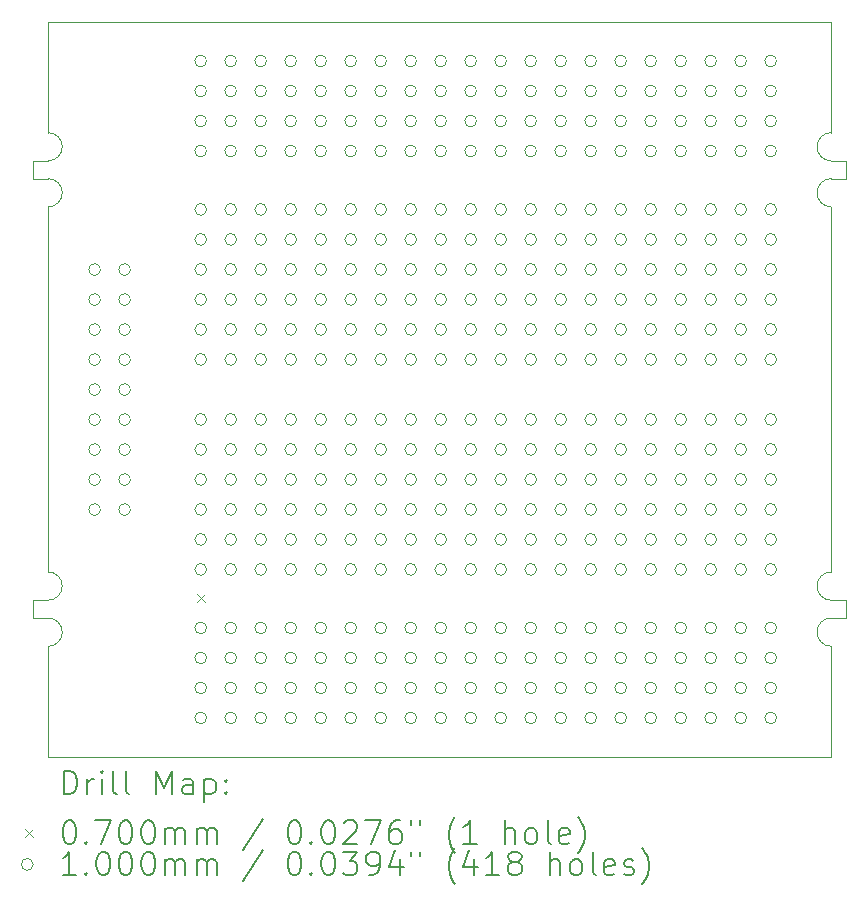
<source format=gbr>
%TF.GenerationSoftware,KiCad,Pcbnew,8.0.8*%
%TF.CreationDate,2025-02-19T14:02:05-05:00*%
%TF.ProjectId,plot_gerbers,706c6f74-5f67-4657-9262-6572732e6b69,rev?*%
%TF.SameCoordinates,Original*%
%TF.FileFunction,Drillmap*%
%TF.FilePolarity,Positive*%
%FSLAX45Y45*%
G04 Gerber Fmt 4.5, Leading zero omitted, Abs format (unit mm)*
G04 Created by KiCad (PCBNEW 8.0.8) date 2025-02-19 14:02:05*
%MOMM*%
%LPD*%
G01*
G04 APERTURE LIST*
%ADD10C,0.050000*%
%ADD11C,0.200000*%
%ADD12C,0.100000*%
G04 APERTURE END LIST*
D10*
X17820000Y-6835000D02*
X17820000Y-7775000D01*
X11190000Y-8015000D02*
X11065000Y-8015000D01*
X11065000Y-8165000D02*
X11065000Y-8015000D01*
X17820000Y-11495000D02*
X17820000Y-8405000D01*
X17820000Y-8015000D02*
G75*
G02*
X17700000Y-7895000I0J120000D01*
G01*
X17820000Y-12125000D02*
G75*
G02*
X17700000Y-12005000I0J120000D01*
G01*
X11310000Y-8285000D02*
G75*
G02*
X11190000Y-8405000I-120010J10D01*
G01*
X17820000Y-8405000D02*
G75*
G02*
X17700000Y-8285000I0J120000D01*
G01*
X11190000Y-6835000D02*
X17820000Y-6835000D01*
X17700000Y-11615000D02*
G75*
G02*
X17820000Y-11495000I120010J-10D01*
G01*
X17700000Y-12005000D02*
G75*
G02*
X17820000Y-11885000I120010J-10D01*
G01*
X17700000Y-7895000D02*
G75*
G02*
X17820000Y-7775000I120010J-10D01*
G01*
X17820000Y-8015000D02*
X17945000Y-8015000D01*
X11310000Y-12005000D02*
G75*
G02*
X11190000Y-12125000I-120010J10D01*
G01*
X17820000Y-13065000D02*
X17820000Y-12125000D01*
X17820000Y-11735000D02*
G75*
G02*
X17700000Y-11615000I0J120000D01*
G01*
X17700000Y-8285000D02*
G75*
G02*
X17820000Y-8165000I120010J-10D01*
G01*
X11190000Y-7775000D02*
G75*
G02*
X11310000Y-7895000I0J-120000D01*
G01*
X11310000Y-7895000D02*
G75*
G02*
X11190000Y-8015000I-120010J10D01*
G01*
X11190000Y-8165000D02*
G75*
G02*
X11310000Y-8285000I0J-120000D01*
G01*
X11190000Y-11885000D02*
X11065000Y-11885000D01*
X17820000Y-11885000D02*
X17945000Y-11885000D01*
X11065000Y-11885000D02*
X11065000Y-11735000D01*
X11190000Y-13065000D02*
X17820000Y-13065000D01*
X11190000Y-13065000D02*
X11190000Y-12125000D01*
X11190000Y-8405000D02*
X11190000Y-11495000D01*
X17820000Y-8165000D02*
X17945000Y-8165000D01*
X17945000Y-11735000D02*
X17945000Y-11885000D01*
X11310000Y-11615000D02*
G75*
G02*
X11190000Y-11735000I-120010J10D01*
G01*
X11190000Y-11495000D02*
G75*
G02*
X11310000Y-11615000I0J-120000D01*
G01*
X11190000Y-6835000D02*
X11190000Y-7775000D01*
X11190000Y-11735000D02*
X11065000Y-11735000D01*
X11190000Y-11885000D02*
G75*
G02*
X11310000Y-12005000I0J-120000D01*
G01*
X17820000Y-11735000D02*
X17945000Y-11735000D01*
X11190000Y-8165000D02*
X11065000Y-8165000D01*
X17945000Y-8015000D02*
X17945000Y-8165000D01*
D11*
D12*
X12450000Y-11678000D02*
X12520000Y-11748000D01*
X12520000Y-11678000D02*
X12450000Y-11748000D01*
X11633000Y-8935000D02*
G75*
G02*
X11533000Y-8935000I-50000J0D01*
G01*
X11533000Y-8935000D02*
G75*
G02*
X11633000Y-8935000I50000J0D01*
G01*
X11633000Y-9189000D02*
G75*
G02*
X11533000Y-9189000I-50000J0D01*
G01*
X11533000Y-9189000D02*
G75*
G02*
X11633000Y-9189000I50000J0D01*
G01*
X11633000Y-9443000D02*
G75*
G02*
X11533000Y-9443000I-50000J0D01*
G01*
X11533000Y-9443000D02*
G75*
G02*
X11633000Y-9443000I50000J0D01*
G01*
X11633000Y-9697000D02*
G75*
G02*
X11533000Y-9697000I-50000J0D01*
G01*
X11533000Y-9697000D02*
G75*
G02*
X11633000Y-9697000I50000J0D01*
G01*
X11633000Y-9951000D02*
G75*
G02*
X11533000Y-9951000I-50000J0D01*
G01*
X11533000Y-9951000D02*
G75*
G02*
X11633000Y-9951000I50000J0D01*
G01*
X11633000Y-10205000D02*
G75*
G02*
X11533000Y-10205000I-50000J0D01*
G01*
X11533000Y-10205000D02*
G75*
G02*
X11633000Y-10205000I50000J0D01*
G01*
X11633000Y-10459000D02*
G75*
G02*
X11533000Y-10459000I-50000J0D01*
G01*
X11533000Y-10459000D02*
G75*
G02*
X11633000Y-10459000I50000J0D01*
G01*
X11633000Y-10713000D02*
G75*
G02*
X11533000Y-10713000I-50000J0D01*
G01*
X11533000Y-10713000D02*
G75*
G02*
X11633000Y-10713000I50000J0D01*
G01*
X11633000Y-10967000D02*
G75*
G02*
X11533000Y-10967000I-50000J0D01*
G01*
X11533000Y-10967000D02*
G75*
G02*
X11633000Y-10967000I50000J0D01*
G01*
X11887000Y-8935000D02*
G75*
G02*
X11787000Y-8935000I-50000J0D01*
G01*
X11787000Y-8935000D02*
G75*
G02*
X11887000Y-8935000I50000J0D01*
G01*
X11887000Y-9189000D02*
G75*
G02*
X11787000Y-9189000I-50000J0D01*
G01*
X11787000Y-9189000D02*
G75*
G02*
X11887000Y-9189000I50000J0D01*
G01*
X11887000Y-9443000D02*
G75*
G02*
X11787000Y-9443000I-50000J0D01*
G01*
X11787000Y-9443000D02*
G75*
G02*
X11887000Y-9443000I50000J0D01*
G01*
X11887000Y-9697000D02*
G75*
G02*
X11787000Y-9697000I-50000J0D01*
G01*
X11787000Y-9697000D02*
G75*
G02*
X11887000Y-9697000I50000J0D01*
G01*
X11887000Y-9951000D02*
G75*
G02*
X11787000Y-9951000I-50000J0D01*
G01*
X11787000Y-9951000D02*
G75*
G02*
X11887000Y-9951000I50000J0D01*
G01*
X11887000Y-10205000D02*
G75*
G02*
X11787000Y-10205000I-50000J0D01*
G01*
X11787000Y-10205000D02*
G75*
G02*
X11887000Y-10205000I50000J0D01*
G01*
X11887000Y-10459000D02*
G75*
G02*
X11787000Y-10459000I-50000J0D01*
G01*
X11787000Y-10459000D02*
G75*
G02*
X11887000Y-10459000I50000J0D01*
G01*
X11887000Y-10713000D02*
G75*
G02*
X11787000Y-10713000I-50000J0D01*
G01*
X11787000Y-10713000D02*
G75*
G02*
X11887000Y-10713000I50000J0D01*
G01*
X11887000Y-10967000D02*
G75*
G02*
X11787000Y-10967000I-50000J0D01*
G01*
X11787000Y-10967000D02*
G75*
G02*
X11887000Y-10967000I50000J0D01*
G01*
X12532000Y-7169000D02*
G75*
G02*
X12432000Y-7169000I-50000J0D01*
G01*
X12432000Y-7169000D02*
G75*
G02*
X12532000Y-7169000I50000J0D01*
G01*
X12532000Y-7423000D02*
G75*
G02*
X12432000Y-7423000I-50000J0D01*
G01*
X12432000Y-7423000D02*
G75*
G02*
X12532000Y-7423000I50000J0D01*
G01*
X12532000Y-7677000D02*
G75*
G02*
X12432000Y-7677000I-50000J0D01*
G01*
X12432000Y-7677000D02*
G75*
G02*
X12532000Y-7677000I50000J0D01*
G01*
X12532000Y-7931000D02*
G75*
G02*
X12432000Y-7931000I-50000J0D01*
G01*
X12432000Y-7931000D02*
G75*
G02*
X12532000Y-7931000I50000J0D01*
G01*
X12532000Y-8426000D02*
G75*
G02*
X12432000Y-8426000I-50000J0D01*
G01*
X12432000Y-8426000D02*
G75*
G02*
X12532000Y-8426000I50000J0D01*
G01*
X12532000Y-8680000D02*
G75*
G02*
X12432000Y-8680000I-50000J0D01*
G01*
X12432000Y-8680000D02*
G75*
G02*
X12532000Y-8680000I50000J0D01*
G01*
X12532000Y-8934000D02*
G75*
G02*
X12432000Y-8934000I-50000J0D01*
G01*
X12432000Y-8934000D02*
G75*
G02*
X12532000Y-8934000I50000J0D01*
G01*
X12532000Y-9188000D02*
G75*
G02*
X12432000Y-9188000I-50000J0D01*
G01*
X12432000Y-9188000D02*
G75*
G02*
X12532000Y-9188000I50000J0D01*
G01*
X12532000Y-9442000D02*
G75*
G02*
X12432000Y-9442000I-50000J0D01*
G01*
X12432000Y-9442000D02*
G75*
G02*
X12532000Y-9442000I50000J0D01*
G01*
X12532000Y-9696000D02*
G75*
G02*
X12432000Y-9696000I-50000J0D01*
G01*
X12432000Y-9696000D02*
G75*
G02*
X12532000Y-9696000I50000J0D01*
G01*
X12532000Y-10204000D02*
G75*
G02*
X12432000Y-10204000I-50000J0D01*
G01*
X12432000Y-10204000D02*
G75*
G02*
X12532000Y-10204000I50000J0D01*
G01*
X12532000Y-10458000D02*
G75*
G02*
X12432000Y-10458000I-50000J0D01*
G01*
X12432000Y-10458000D02*
G75*
G02*
X12532000Y-10458000I50000J0D01*
G01*
X12532000Y-10712000D02*
G75*
G02*
X12432000Y-10712000I-50000J0D01*
G01*
X12432000Y-10712000D02*
G75*
G02*
X12532000Y-10712000I50000J0D01*
G01*
X12532000Y-10966000D02*
G75*
G02*
X12432000Y-10966000I-50000J0D01*
G01*
X12432000Y-10966000D02*
G75*
G02*
X12532000Y-10966000I50000J0D01*
G01*
X12532000Y-11220000D02*
G75*
G02*
X12432000Y-11220000I-50000J0D01*
G01*
X12432000Y-11220000D02*
G75*
G02*
X12532000Y-11220000I50000J0D01*
G01*
X12532000Y-11474000D02*
G75*
G02*
X12432000Y-11474000I-50000J0D01*
G01*
X12432000Y-11474000D02*
G75*
G02*
X12532000Y-11474000I50000J0D01*
G01*
X12532000Y-11969000D02*
G75*
G02*
X12432000Y-11969000I-50000J0D01*
G01*
X12432000Y-11969000D02*
G75*
G02*
X12532000Y-11969000I50000J0D01*
G01*
X12532000Y-12223000D02*
G75*
G02*
X12432000Y-12223000I-50000J0D01*
G01*
X12432000Y-12223000D02*
G75*
G02*
X12532000Y-12223000I50000J0D01*
G01*
X12532000Y-12477000D02*
G75*
G02*
X12432000Y-12477000I-50000J0D01*
G01*
X12432000Y-12477000D02*
G75*
G02*
X12532000Y-12477000I50000J0D01*
G01*
X12532000Y-12731000D02*
G75*
G02*
X12432000Y-12731000I-50000J0D01*
G01*
X12432000Y-12731000D02*
G75*
G02*
X12532000Y-12731000I50000J0D01*
G01*
X12786000Y-7169000D02*
G75*
G02*
X12686000Y-7169000I-50000J0D01*
G01*
X12686000Y-7169000D02*
G75*
G02*
X12786000Y-7169000I50000J0D01*
G01*
X12786000Y-7423000D02*
G75*
G02*
X12686000Y-7423000I-50000J0D01*
G01*
X12686000Y-7423000D02*
G75*
G02*
X12786000Y-7423000I50000J0D01*
G01*
X12786000Y-7677000D02*
G75*
G02*
X12686000Y-7677000I-50000J0D01*
G01*
X12686000Y-7677000D02*
G75*
G02*
X12786000Y-7677000I50000J0D01*
G01*
X12786000Y-7931000D02*
G75*
G02*
X12686000Y-7931000I-50000J0D01*
G01*
X12686000Y-7931000D02*
G75*
G02*
X12786000Y-7931000I50000J0D01*
G01*
X12786000Y-8426000D02*
G75*
G02*
X12686000Y-8426000I-50000J0D01*
G01*
X12686000Y-8426000D02*
G75*
G02*
X12786000Y-8426000I50000J0D01*
G01*
X12786000Y-8680000D02*
G75*
G02*
X12686000Y-8680000I-50000J0D01*
G01*
X12686000Y-8680000D02*
G75*
G02*
X12786000Y-8680000I50000J0D01*
G01*
X12786000Y-8934000D02*
G75*
G02*
X12686000Y-8934000I-50000J0D01*
G01*
X12686000Y-8934000D02*
G75*
G02*
X12786000Y-8934000I50000J0D01*
G01*
X12786000Y-9188000D02*
G75*
G02*
X12686000Y-9188000I-50000J0D01*
G01*
X12686000Y-9188000D02*
G75*
G02*
X12786000Y-9188000I50000J0D01*
G01*
X12786000Y-9442000D02*
G75*
G02*
X12686000Y-9442000I-50000J0D01*
G01*
X12686000Y-9442000D02*
G75*
G02*
X12786000Y-9442000I50000J0D01*
G01*
X12786000Y-9696000D02*
G75*
G02*
X12686000Y-9696000I-50000J0D01*
G01*
X12686000Y-9696000D02*
G75*
G02*
X12786000Y-9696000I50000J0D01*
G01*
X12786000Y-10204000D02*
G75*
G02*
X12686000Y-10204000I-50000J0D01*
G01*
X12686000Y-10204000D02*
G75*
G02*
X12786000Y-10204000I50000J0D01*
G01*
X12786000Y-10458000D02*
G75*
G02*
X12686000Y-10458000I-50000J0D01*
G01*
X12686000Y-10458000D02*
G75*
G02*
X12786000Y-10458000I50000J0D01*
G01*
X12786000Y-10712000D02*
G75*
G02*
X12686000Y-10712000I-50000J0D01*
G01*
X12686000Y-10712000D02*
G75*
G02*
X12786000Y-10712000I50000J0D01*
G01*
X12786000Y-10966000D02*
G75*
G02*
X12686000Y-10966000I-50000J0D01*
G01*
X12686000Y-10966000D02*
G75*
G02*
X12786000Y-10966000I50000J0D01*
G01*
X12786000Y-11220000D02*
G75*
G02*
X12686000Y-11220000I-50000J0D01*
G01*
X12686000Y-11220000D02*
G75*
G02*
X12786000Y-11220000I50000J0D01*
G01*
X12786000Y-11474000D02*
G75*
G02*
X12686000Y-11474000I-50000J0D01*
G01*
X12686000Y-11474000D02*
G75*
G02*
X12786000Y-11474000I50000J0D01*
G01*
X12786000Y-11969000D02*
G75*
G02*
X12686000Y-11969000I-50000J0D01*
G01*
X12686000Y-11969000D02*
G75*
G02*
X12786000Y-11969000I50000J0D01*
G01*
X12786000Y-12223000D02*
G75*
G02*
X12686000Y-12223000I-50000J0D01*
G01*
X12686000Y-12223000D02*
G75*
G02*
X12786000Y-12223000I50000J0D01*
G01*
X12786000Y-12477000D02*
G75*
G02*
X12686000Y-12477000I-50000J0D01*
G01*
X12686000Y-12477000D02*
G75*
G02*
X12786000Y-12477000I50000J0D01*
G01*
X12786000Y-12731000D02*
G75*
G02*
X12686000Y-12731000I-50000J0D01*
G01*
X12686000Y-12731000D02*
G75*
G02*
X12786000Y-12731000I50000J0D01*
G01*
X13040000Y-7169000D02*
G75*
G02*
X12940000Y-7169000I-50000J0D01*
G01*
X12940000Y-7169000D02*
G75*
G02*
X13040000Y-7169000I50000J0D01*
G01*
X13040000Y-7423000D02*
G75*
G02*
X12940000Y-7423000I-50000J0D01*
G01*
X12940000Y-7423000D02*
G75*
G02*
X13040000Y-7423000I50000J0D01*
G01*
X13040000Y-7677000D02*
G75*
G02*
X12940000Y-7677000I-50000J0D01*
G01*
X12940000Y-7677000D02*
G75*
G02*
X13040000Y-7677000I50000J0D01*
G01*
X13040000Y-7931000D02*
G75*
G02*
X12940000Y-7931000I-50000J0D01*
G01*
X12940000Y-7931000D02*
G75*
G02*
X13040000Y-7931000I50000J0D01*
G01*
X13040000Y-8426000D02*
G75*
G02*
X12940000Y-8426000I-50000J0D01*
G01*
X12940000Y-8426000D02*
G75*
G02*
X13040000Y-8426000I50000J0D01*
G01*
X13040000Y-8680000D02*
G75*
G02*
X12940000Y-8680000I-50000J0D01*
G01*
X12940000Y-8680000D02*
G75*
G02*
X13040000Y-8680000I50000J0D01*
G01*
X13040000Y-8934000D02*
G75*
G02*
X12940000Y-8934000I-50000J0D01*
G01*
X12940000Y-8934000D02*
G75*
G02*
X13040000Y-8934000I50000J0D01*
G01*
X13040000Y-9188000D02*
G75*
G02*
X12940000Y-9188000I-50000J0D01*
G01*
X12940000Y-9188000D02*
G75*
G02*
X13040000Y-9188000I50000J0D01*
G01*
X13040000Y-9442000D02*
G75*
G02*
X12940000Y-9442000I-50000J0D01*
G01*
X12940000Y-9442000D02*
G75*
G02*
X13040000Y-9442000I50000J0D01*
G01*
X13040000Y-9696000D02*
G75*
G02*
X12940000Y-9696000I-50000J0D01*
G01*
X12940000Y-9696000D02*
G75*
G02*
X13040000Y-9696000I50000J0D01*
G01*
X13040000Y-10204000D02*
G75*
G02*
X12940000Y-10204000I-50000J0D01*
G01*
X12940000Y-10204000D02*
G75*
G02*
X13040000Y-10204000I50000J0D01*
G01*
X13040000Y-10458000D02*
G75*
G02*
X12940000Y-10458000I-50000J0D01*
G01*
X12940000Y-10458000D02*
G75*
G02*
X13040000Y-10458000I50000J0D01*
G01*
X13040000Y-10712000D02*
G75*
G02*
X12940000Y-10712000I-50000J0D01*
G01*
X12940000Y-10712000D02*
G75*
G02*
X13040000Y-10712000I50000J0D01*
G01*
X13040000Y-10966000D02*
G75*
G02*
X12940000Y-10966000I-50000J0D01*
G01*
X12940000Y-10966000D02*
G75*
G02*
X13040000Y-10966000I50000J0D01*
G01*
X13040000Y-11220000D02*
G75*
G02*
X12940000Y-11220000I-50000J0D01*
G01*
X12940000Y-11220000D02*
G75*
G02*
X13040000Y-11220000I50000J0D01*
G01*
X13040000Y-11474000D02*
G75*
G02*
X12940000Y-11474000I-50000J0D01*
G01*
X12940000Y-11474000D02*
G75*
G02*
X13040000Y-11474000I50000J0D01*
G01*
X13040000Y-11969000D02*
G75*
G02*
X12940000Y-11969000I-50000J0D01*
G01*
X12940000Y-11969000D02*
G75*
G02*
X13040000Y-11969000I50000J0D01*
G01*
X13040000Y-12223000D02*
G75*
G02*
X12940000Y-12223000I-50000J0D01*
G01*
X12940000Y-12223000D02*
G75*
G02*
X13040000Y-12223000I50000J0D01*
G01*
X13040000Y-12477000D02*
G75*
G02*
X12940000Y-12477000I-50000J0D01*
G01*
X12940000Y-12477000D02*
G75*
G02*
X13040000Y-12477000I50000J0D01*
G01*
X13040000Y-12731000D02*
G75*
G02*
X12940000Y-12731000I-50000J0D01*
G01*
X12940000Y-12731000D02*
G75*
G02*
X13040000Y-12731000I50000J0D01*
G01*
X13294000Y-7169000D02*
G75*
G02*
X13194000Y-7169000I-50000J0D01*
G01*
X13194000Y-7169000D02*
G75*
G02*
X13294000Y-7169000I50000J0D01*
G01*
X13294000Y-7423000D02*
G75*
G02*
X13194000Y-7423000I-50000J0D01*
G01*
X13194000Y-7423000D02*
G75*
G02*
X13294000Y-7423000I50000J0D01*
G01*
X13294000Y-7677000D02*
G75*
G02*
X13194000Y-7677000I-50000J0D01*
G01*
X13194000Y-7677000D02*
G75*
G02*
X13294000Y-7677000I50000J0D01*
G01*
X13294000Y-7931000D02*
G75*
G02*
X13194000Y-7931000I-50000J0D01*
G01*
X13194000Y-7931000D02*
G75*
G02*
X13294000Y-7931000I50000J0D01*
G01*
X13294000Y-8426000D02*
G75*
G02*
X13194000Y-8426000I-50000J0D01*
G01*
X13194000Y-8426000D02*
G75*
G02*
X13294000Y-8426000I50000J0D01*
G01*
X13294000Y-8680000D02*
G75*
G02*
X13194000Y-8680000I-50000J0D01*
G01*
X13194000Y-8680000D02*
G75*
G02*
X13294000Y-8680000I50000J0D01*
G01*
X13294000Y-8934000D02*
G75*
G02*
X13194000Y-8934000I-50000J0D01*
G01*
X13194000Y-8934000D02*
G75*
G02*
X13294000Y-8934000I50000J0D01*
G01*
X13294000Y-9188000D02*
G75*
G02*
X13194000Y-9188000I-50000J0D01*
G01*
X13194000Y-9188000D02*
G75*
G02*
X13294000Y-9188000I50000J0D01*
G01*
X13294000Y-9442000D02*
G75*
G02*
X13194000Y-9442000I-50000J0D01*
G01*
X13194000Y-9442000D02*
G75*
G02*
X13294000Y-9442000I50000J0D01*
G01*
X13294000Y-9696000D02*
G75*
G02*
X13194000Y-9696000I-50000J0D01*
G01*
X13194000Y-9696000D02*
G75*
G02*
X13294000Y-9696000I50000J0D01*
G01*
X13294000Y-10204000D02*
G75*
G02*
X13194000Y-10204000I-50000J0D01*
G01*
X13194000Y-10204000D02*
G75*
G02*
X13294000Y-10204000I50000J0D01*
G01*
X13294000Y-10458000D02*
G75*
G02*
X13194000Y-10458000I-50000J0D01*
G01*
X13194000Y-10458000D02*
G75*
G02*
X13294000Y-10458000I50000J0D01*
G01*
X13294000Y-10712000D02*
G75*
G02*
X13194000Y-10712000I-50000J0D01*
G01*
X13194000Y-10712000D02*
G75*
G02*
X13294000Y-10712000I50000J0D01*
G01*
X13294000Y-10966000D02*
G75*
G02*
X13194000Y-10966000I-50000J0D01*
G01*
X13194000Y-10966000D02*
G75*
G02*
X13294000Y-10966000I50000J0D01*
G01*
X13294000Y-11220000D02*
G75*
G02*
X13194000Y-11220000I-50000J0D01*
G01*
X13194000Y-11220000D02*
G75*
G02*
X13294000Y-11220000I50000J0D01*
G01*
X13294000Y-11474000D02*
G75*
G02*
X13194000Y-11474000I-50000J0D01*
G01*
X13194000Y-11474000D02*
G75*
G02*
X13294000Y-11474000I50000J0D01*
G01*
X13294000Y-11969000D02*
G75*
G02*
X13194000Y-11969000I-50000J0D01*
G01*
X13194000Y-11969000D02*
G75*
G02*
X13294000Y-11969000I50000J0D01*
G01*
X13294000Y-12223000D02*
G75*
G02*
X13194000Y-12223000I-50000J0D01*
G01*
X13194000Y-12223000D02*
G75*
G02*
X13294000Y-12223000I50000J0D01*
G01*
X13294000Y-12477000D02*
G75*
G02*
X13194000Y-12477000I-50000J0D01*
G01*
X13194000Y-12477000D02*
G75*
G02*
X13294000Y-12477000I50000J0D01*
G01*
X13294000Y-12731000D02*
G75*
G02*
X13194000Y-12731000I-50000J0D01*
G01*
X13194000Y-12731000D02*
G75*
G02*
X13294000Y-12731000I50000J0D01*
G01*
X13548000Y-7169000D02*
G75*
G02*
X13448000Y-7169000I-50000J0D01*
G01*
X13448000Y-7169000D02*
G75*
G02*
X13548000Y-7169000I50000J0D01*
G01*
X13548000Y-7423000D02*
G75*
G02*
X13448000Y-7423000I-50000J0D01*
G01*
X13448000Y-7423000D02*
G75*
G02*
X13548000Y-7423000I50000J0D01*
G01*
X13548000Y-7677000D02*
G75*
G02*
X13448000Y-7677000I-50000J0D01*
G01*
X13448000Y-7677000D02*
G75*
G02*
X13548000Y-7677000I50000J0D01*
G01*
X13548000Y-7931000D02*
G75*
G02*
X13448000Y-7931000I-50000J0D01*
G01*
X13448000Y-7931000D02*
G75*
G02*
X13548000Y-7931000I50000J0D01*
G01*
X13548000Y-8426000D02*
G75*
G02*
X13448000Y-8426000I-50000J0D01*
G01*
X13448000Y-8426000D02*
G75*
G02*
X13548000Y-8426000I50000J0D01*
G01*
X13548000Y-8680000D02*
G75*
G02*
X13448000Y-8680000I-50000J0D01*
G01*
X13448000Y-8680000D02*
G75*
G02*
X13548000Y-8680000I50000J0D01*
G01*
X13548000Y-8934000D02*
G75*
G02*
X13448000Y-8934000I-50000J0D01*
G01*
X13448000Y-8934000D02*
G75*
G02*
X13548000Y-8934000I50000J0D01*
G01*
X13548000Y-9188000D02*
G75*
G02*
X13448000Y-9188000I-50000J0D01*
G01*
X13448000Y-9188000D02*
G75*
G02*
X13548000Y-9188000I50000J0D01*
G01*
X13548000Y-9442000D02*
G75*
G02*
X13448000Y-9442000I-50000J0D01*
G01*
X13448000Y-9442000D02*
G75*
G02*
X13548000Y-9442000I50000J0D01*
G01*
X13548000Y-9696000D02*
G75*
G02*
X13448000Y-9696000I-50000J0D01*
G01*
X13448000Y-9696000D02*
G75*
G02*
X13548000Y-9696000I50000J0D01*
G01*
X13548000Y-10204000D02*
G75*
G02*
X13448000Y-10204000I-50000J0D01*
G01*
X13448000Y-10204000D02*
G75*
G02*
X13548000Y-10204000I50000J0D01*
G01*
X13548000Y-10458000D02*
G75*
G02*
X13448000Y-10458000I-50000J0D01*
G01*
X13448000Y-10458000D02*
G75*
G02*
X13548000Y-10458000I50000J0D01*
G01*
X13548000Y-10712000D02*
G75*
G02*
X13448000Y-10712000I-50000J0D01*
G01*
X13448000Y-10712000D02*
G75*
G02*
X13548000Y-10712000I50000J0D01*
G01*
X13548000Y-10966000D02*
G75*
G02*
X13448000Y-10966000I-50000J0D01*
G01*
X13448000Y-10966000D02*
G75*
G02*
X13548000Y-10966000I50000J0D01*
G01*
X13548000Y-11220000D02*
G75*
G02*
X13448000Y-11220000I-50000J0D01*
G01*
X13448000Y-11220000D02*
G75*
G02*
X13548000Y-11220000I50000J0D01*
G01*
X13548000Y-11474000D02*
G75*
G02*
X13448000Y-11474000I-50000J0D01*
G01*
X13448000Y-11474000D02*
G75*
G02*
X13548000Y-11474000I50000J0D01*
G01*
X13548000Y-11969000D02*
G75*
G02*
X13448000Y-11969000I-50000J0D01*
G01*
X13448000Y-11969000D02*
G75*
G02*
X13548000Y-11969000I50000J0D01*
G01*
X13548000Y-12223000D02*
G75*
G02*
X13448000Y-12223000I-50000J0D01*
G01*
X13448000Y-12223000D02*
G75*
G02*
X13548000Y-12223000I50000J0D01*
G01*
X13548000Y-12477000D02*
G75*
G02*
X13448000Y-12477000I-50000J0D01*
G01*
X13448000Y-12477000D02*
G75*
G02*
X13548000Y-12477000I50000J0D01*
G01*
X13548000Y-12731000D02*
G75*
G02*
X13448000Y-12731000I-50000J0D01*
G01*
X13448000Y-12731000D02*
G75*
G02*
X13548000Y-12731000I50000J0D01*
G01*
X13802000Y-7169000D02*
G75*
G02*
X13702000Y-7169000I-50000J0D01*
G01*
X13702000Y-7169000D02*
G75*
G02*
X13802000Y-7169000I50000J0D01*
G01*
X13802000Y-7423000D02*
G75*
G02*
X13702000Y-7423000I-50000J0D01*
G01*
X13702000Y-7423000D02*
G75*
G02*
X13802000Y-7423000I50000J0D01*
G01*
X13802000Y-7677000D02*
G75*
G02*
X13702000Y-7677000I-50000J0D01*
G01*
X13702000Y-7677000D02*
G75*
G02*
X13802000Y-7677000I50000J0D01*
G01*
X13802000Y-7931000D02*
G75*
G02*
X13702000Y-7931000I-50000J0D01*
G01*
X13702000Y-7931000D02*
G75*
G02*
X13802000Y-7931000I50000J0D01*
G01*
X13802000Y-8426000D02*
G75*
G02*
X13702000Y-8426000I-50000J0D01*
G01*
X13702000Y-8426000D02*
G75*
G02*
X13802000Y-8426000I50000J0D01*
G01*
X13802000Y-8680000D02*
G75*
G02*
X13702000Y-8680000I-50000J0D01*
G01*
X13702000Y-8680000D02*
G75*
G02*
X13802000Y-8680000I50000J0D01*
G01*
X13802000Y-8934000D02*
G75*
G02*
X13702000Y-8934000I-50000J0D01*
G01*
X13702000Y-8934000D02*
G75*
G02*
X13802000Y-8934000I50000J0D01*
G01*
X13802000Y-9188000D02*
G75*
G02*
X13702000Y-9188000I-50000J0D01*
G01*
X13702000Y-9188000D02*
G75*
G02*
X13802000Y-9188000I50000J0D01*
G01*
X13802000Y-9442000D02*
G75*
G02*
X13702000Y-9442000I-50000J0D01*
G01*
X13702000Y-9442000D02*
G75*
G02*
X13802000Y-9442000I50000J0D01*
G01*
X13802000Y-9696000D02*
G75*
G02*
X13702000Y-9696000I-50000J0D01*
G01*
X13702000Y-9696000D02*
G75*
G02*
X13802000Y-9696000I50000J0D01*
G01*
X13802000Y-10204000D02*
G75*
G02*
X13702000Y-10204000I-50000J0D01*
G01*
X13702000Y-10204000D02*
G75*
G02*
X13802000Y-10204000I50000J0D01*
G01*
X13802000Y-10458000D02*
G75*
G02*
X13702000Y-10458000I-50000J0D01*
G01*
X13702000Y-10458000D02*
G75*
G02*
X13802000Y-10458000I50000J0D01*
G01*
X13802000Y-10712000D02*
G75*
G02*
X13702000Y-10712000I-50000J0D01*
G01*
X13702000Y-10712000D02*
G75*
G02*
X13802000Y-10712000I50000J0D01*
G01*
X13802000Y-10966000D02*
G75*
G02*
X13702000Y-10966000I-50000J0D01*
G01*
X13702000Y-10966000D02*
G75*
G02*
X13802000Y-10966000I50000J0D01*
G01*
X13802000Y-11220000D02*
G75*
G02*
X13702000Y-11220000I-50000J0D01*
G01*
X13702000Y-11220000D02*
G75*
G02*
X13802000Y-11220000I50000J0D01*
G01*
X13802000Y-11474000D02*
G75*
G02*
X13702000Y-11474000I-50000J0D01*
G01*
X13702000Y-11474000D02*
G75*
G02*
X13802000Y-11474000I50000J0D01*
G01*
X13802000Y-11969000D02*
G75*
G02*
X13702000Y-11969000I-50000J0D01*
G01*
X13702000Y-11969000D02*
G75*
G02*
X13802000Y-11969000I50000J0D01*
G01*
X13802000Y-12223000D02*
G75*
G02*
X13702000Y-12223000I-50000J0D01*
G01*
X13702000Y-12223000D02*
G75*
G02*
X13802000Y-12223000I50000J0D01*
G01*
X13802000Y-12477000D02*
G75*
G02*
X13702000Y-12477000I-50000J0D01*
G01*
X13702000Y-12477000D02*
G75*
G02*
X13802000Y-12477000I50000J0D01*
G01*
X13802000Y-12731000D02*
G75*
G02*
X13702000Y-12731000I-50000J0D01*
G01*
X13702000Y-12731000D02*
G75*
G02*
X13802000Y-12731000I50000J0D01*
G01*
X14056000Y-7169000D02*
G75*
G02*
X13956000Y-7169000I-50000J0D01*
G01*
X13956000Y-7169000D02*
G75*
G02*
X14056000Y-7169000I50000J0D01*
G01*
X14056000Y-7423000D02*
G75*
G02*
X13956000Y-7423000I-50000J0D01*
G01*
X13956000Y-7423000D02*
G75*
G02*
X14056000Y-7423000I50000J0D01*
G01*
X14056000Y-7677000D02*
G75*
G02*
X13956000Y-7677000I-50000J0D01*
G01*
X13956000Y-7677000D02*
G75*
G02*
X14056000Y-7677000I50000J0D01*
G01*
X14056000Y-7931000D02*
G75*
G02*
X13956000Y-7931000I-50000J0D01*
G01*
X13956000Y-7931000D02*
G75*
G02*
X14056000Y-7931000I50000J0D01*
G01*
X14056000Y-8426000D02*
G75*
G02*
X13956000Y-8426000I-50000J0D01*
G01*
X13956000Y-8426000D02*
G75*
G02*
X14056000Y-8426000I50000J0D01*
G01*
X14056000Y-8680000D02*
G75*
G02*
X13956000Y-8680000I-50000J0D01*
G01*
X13956000Y-8680000D02*
G75*
G02*
X14056000Y-8680000I50000J0D01*
G01*
X14056000Y-8934000D02*
G75*
G02*
X13956000Y-8934000I-50000J0D01*
G01*
X13956000Y-8934000D02*
G75*
G02*
X14056000Y-8934000I50000J0D01*
G01*
X14056000Y-9188000D02*
G75*
G02*
X13956000Y-9188000I-50000J0D01*
G01*
X13956000Y-9188000D02*
G75*
G02*
X14056000Y-9188000I50000J0D01*
G01*
X14056000Y-9442000D02*
G75*
G02*
X13956000Y-9442000I-50000J0D01*
G01*
X13956000Y-9442000D02*
G75*
G02*
X14056000Y-9442000I50000J0D01*
G01*
X14056000Y-9696000D02*
G75*
G02*
X13956000Y-9696000I-50000J0D01*
G01*
X13956000Y-9696000D02*
G75*
G02*
X14056000Y-9696000I50000J0D01*
G01*
X14056000Y-10204000D02*
G75*
G02*
X13956000Y-10204000I-50000J0D01*
G01*
X13956000Y-10204000D02*
G75*
G02*
X14056000Y-10204000I50000J0D01*
G01*
X14056000Y-10458000D02*
G75*
G02*
X13956000Y-10458000I-50000J0D01*
G01*
X13956000Y-10458000D02*
G75*
G02*
X14056000Y-10458000I50000J0D01*
G01*
X14056000Y-10712000D02*
G75*
G02*
X13956000Y-10712000I-50000J0D01*
G01*
X13956000Y-10712000D02*
G75*
G02*
X14056000Y-10712000I50000J0D01*
G01*
X14056000Y-10966000D02*
G75*
G02*
X13956000Y-10966000I-50000J0D01*
G01*
X13956000Y-10966000D02*
G75*
G02*
X14056000Y-10966000I50000J0D01*
G01*
X14056000Y-11220000D02*
G75*
G02*
X13956000Y-11220000I-50000J0D01*
G01*
X13956000Y-11220000D02*
G75*
G02*
X14056000Y-11220000I50000J0D01*
G01*
X14056000Y-11474000D02*
G75*
G02*
X13956000Y-11474000I-50000J0D01*
G01*
X13956000Y-11474000D02*
G75*
G02*
X14056000Y-11474000I50000J0D01*
G01*
X14056000Y-11969000D02*
G75*
G02*
X13956000Y-11969000I-50000J0D01*
G01*
X13956000Y-11969000D02*
G75*
G02*
X14056000Y-11969000I50000J0D01*
G01*
X14056000Y-12223000D02*
G75*
G02*
X13956000Y-12223000I-50000J0D01*
G01*
X13956000Y-12223000D02*
G75*
G02*
X14056000Y-12223000I50000J0D01*
G01*
X14056000Y-12477000D02*
G75*
G02*
X13956000Y-12477000I-50000J0D01*
G01*
X13956000Y-12477000D02*
G75*
G02*
X14056000Y-12477000I50000J0D01*
G01*
X14056000Y-12731000D02*
G75*
G02*
X13956000Y-12731000I-50000J0D01*
G01*
X13956000Y-12731000D02*
G75*
G02*
X14056000Y-12731000I50000J0D01*
G01*
X14310000Y-7169000D02*
G75*
G02*
X14210000Y-7169000I-50000J0D01*
G01*
X14210000Y-7169000D02*
G75*
G02*
X14310000Y-7169000I50000J0D01*
G01*
X14310000Y-7423000D02*
G75*
G02*
X14210000Y-7423000I-50000J0D01*
G01*
X14210000Y-7423000D02*
G75*
G02*
X14310000Y-7423000I50000J0D01*
G01*
X14310000Y-7677000D02*
G75*
G02*
X14210000Y-7677000I-50000J0D01*
G01*
X14210000Y-7677000D02*
G75*
G02*
X14310000Y-7677000I50000J0D01*
G01*
X14310000Y-7931000D02*
G75*
G02*
X14210000Y-7931000I-50000J0D01*
G01*
X14210000Y-7931000D02*
G75*
G02*
X14310000Y-7931000I50000J0D01*
G01*
X14310000Y-8426000D02*
G75*
G02*
X14210000Y-8426000I-50000J0D01*
G01*
X14210000Y-8426000D02*
G75*
G02*
X14310000Y-8426000I50000J0D01*
G01*
X14310000Y-8680000D02*
G75*
G02*
X14210000Y-8680000I-50000J0D01*
G01*
X14210000Y-8680000D02*
G75*
G02*
X14310000Y-8680000I50000J0D01*
G01*
X14310000Y-8934000D02*
G75*
G02*
X14210000Y-8934000I-50000J0D01*
G01*
X14210000Y-8934000D02*
G75*
G02*
X14310000Y-8934000I50000J0D01*
G01*
X14310000Y-9188000D02*
G75*
G02*
X14210000Y-9188000I-50000J0D01*
G01*
X14210000Y-9188000D02*
G75*
G02*
X14310000Y-9188000I50000J0D01*
G01*
X14310000Y-9442000D02*
G75*
G02*
X14210000Y-9442000I-50000J0D01*
G01*
X14210000Y-9442000D02*
G75*
G02*
X14310000Y-9442000I50000J0D01*
G01*
X14310000Y-9696000D02*
G75*
G02*
X14210000Y-9696000I-50000J0D01*
G01*
X14210000Y-9696000D02*
G75*
G02*
X14310000Y-9696000I50000J0D01*
G01*
X14310000Y-10204000D02*
G75*
G02*
X14210000Y-10204000I-50000J0D01*
G01*
X14210000Y-10204000D02*
G75*
G02*
X14310000Y-10204000I50000J0D01*
G01*
X14310000Y-10458000D02*
G75*
G02*
X14210000Y-10458000I-50000J0D01*
G01*
X14210000Y-10458000D02*
G75*
G02*
X14310000Y-10458000I50000J0D01*
G01*
X14310000Y-10712000D02*
G75*
G02*
X14210000Y-10712000I-50000J0D01*
G01*
X14210000Y-10712000D02*
G75*
G02*
X14310000Y-10712000I50000J0D01*
G01*
X14310000Y-10966000D02*
G75*
G02*
X14210000Y-10966000I-50000J0D01*
G01*
X14210000Y-10966000D02*
G75*
G02*
X14310000Y-10966000I50000J0D01*
G01*
X14310000Y-11220000D02*
G75*
G02*
X14210000Y-11220000I-50000J0D01*
G01*
X14210000Y-11220000D02*
G75*
G02*
X14310000Y-11220000I50000J0D01*
G01*
X14310000Y-11474000D02*
G75*
G02*
X14210000Y-11474000I-50000J0D01*
G01*
X14210000Y-11474000D02*
G75*
G02*
X14310000Y-11474000I50000J0D01*
G01*
X14310000Y-11969000D02*
G75*
G02*
X14210000Y-11969000I-50000J0D01*
G01*
X14210000Y-11969000D02*
G75*
G02*
X14310000Y-11969000I50000J0D01*
G01*
X14310000Y-12223000D02*
G75*
G02*
X14210000Y-12223000I-50000J0D01*
G01*
X14210000Y-12223000D02*
G75*
G02*
X14310000Y-12223000I50000J0D01*
G01*
X14310000Y-12477000D02*
G75*
G02*
X14210000Y-12477000I-50000J0D01*
G01*
X14210000Y-12477000D02*
G75*
G02*
X14310000Y-12477000I50000J0D01*
G01*
X14310000Y-12731000D02*
G75*
G02*
X14210000Y-12731000I-50000J0D01*
G01*
X14210000Y-12731000D02*
G75*
G02*
X14310000Y-12731000I50000J0D01*
G01*
X14564000Y-7169000D02*
G75*
G02*
X14464000Y-7169000I-50000J0D01*
G01*
X14464000Y-7169000D02*
G75*
G02*
X14564000Y-7169000I50000J0D01*
G01*
X14564000Y-7423000D02*
G75*
G02*
X14464000Y-7423000I-50000J0D01*
G01*
X14464000Y-7423000D02*
G75*
G02*
X14564000Y-7423000I50000J0D01*
G01*
X14564000Y-7677000D02*
G75*
G02*
X14464000Y-7677000I-50000J0D01*
G01*
X14464000Y-7677000D02*
G75*
G02*
X14564000Y-7677000I50000J0D01*
G01*
X14564000Y-7931000D02*
G75*
G02*
X14464000Y-7931000I-50000J0D01*
G01*
X14464000Y-7931000D02*
G75*
G02*
X14564000Y-7931000I50000J0D01*
G01*
X14564000Y-8426000D02*
G75*
G02*
X14464000Y-8426000I-50000J0D01*
G01*
X14464000Y-8426000D02*
G75*
G02*
X14564000Y-8426000I50000J0D01*
G01*
X14564000Y-8680000D02*
G75*
G02*
X14464000Y-8680000I-50000J0D01*
G01*
X14464000Y-8680000D02*
G75*
G02*
X14564000Y-8680000I50000J0D01*
G01*
X14564000Y-8934000D02*
G75*
G02*
X14464000Y-8934000I-50000J0D01*
G01*
X14464000Y-8934000D02*
G75*
G02*
X14564000Y-8934000I50000J0D01*
G01*
X14564000Y-9188000D02*
G75*
G02*
X14464000Y-9188000I-50000J0D01*
G01*
X14464000Y-9188000D02*
G75*
G02*
X14564000Y-9188000I50000J0D01*
G01*
X14564000Y-9442000D02*
G75*
G02*
X14464000Y-9442000I-50000J0D01*
G01*
X14464000Y-9442000D02*
G75*
G02*
X14564000Y-9442000I50000J0D01*
G01*
X14564000Y-9696000D02*
G75*
G02*
X14464000Y-9696000I-50000J0D01*
G01*
X14464000Y-9696000D02*
G75*
G02*
X14564000Y-9696000I50000J0D01*
G01*
X14564000Y-10204000D02*
G75*
G02*
X14464000Y-10204000I-50000J0D01*
G01*
X14464000Y-10204000D02*
G75*
G02*
X14564000Y-10204000I50000J0D01*
G01*
X14564000Y-10458000D02*
G75*
G02*
X14464000Y-10458000I-50000J0D01*
G01*
X14464000Y-10458000D02*
G75*
G02*
X14564000Y-10458000I50000J0D01*
G01*
X14564000Y-10712000D02*
G75*
G02*
X14464000Y-10712000I-50000J0D01*
G01*
X14464000Y-10712000D02*
G75*
G02*
X14564000Y-10712000I50000J0D01*
G01*
X14564000Y-10966000D02*
G75*
G02*
X14464000Y-10966000I-50000J0D01*
G01*
X14464000Y-10966000D02*
G75*
G02*
X14564000Y-10966000I50000J0D01*
G01*
X14564000Y-11220000D02*
G75*
G02*
X14464000Y-11220000I-50000J0D01*
G01*
X14464000Y-11220000D02*
G75*
G02*
X14564000Y-11220000I50000J0D01*
G01*
X14564000Y-11474000D02*
G75*
G02*
X14464000Y-11474000I-50000J0D01*
G01*
X14464000Y-11474000D02*
G75*
G02*
X14564000Y-11474000I50000J0D01*
G01*
X14564000Y-11969000D02*
G75*
G02*
X14464000Y-11969000I-50000J0D01*
G01*
X14464000Y-11969000D02*
G75*
G02*
X14564000Y-11969000I50000J0D01*
G01*
X14564000Y-12223000D02*
G75*
G02*
X14464000Y-12223000I-50000J0D01*
G01*
X14464000Y-12223000D02*
G75*
G02*
X14564000Y-12223000I50000J0D01*
G01*
X14564000Y-12477000D02*
G75*
G02*
X14464000Y-12477000I-50000J0D01*
G01*
X14464000Y-12477000D02*
G75*
G02*
X14564000Y-12477000I50000J0D01*
G01*
X14564000Y-12731000D02*
G75*
G02*
X14464000Y-12731000I-50000J0D01*
G01*
X14464000Y-12731000D02*
G75*
G02*
X14564000Y-12731000I50000J0D01*
G01*
X14818000Y-7169000D02*
G75*
G02*
X14718000Y-7169000I-50000J0D01*
G01*
X14718000Y-7169000D02*
G75*
G02*
X14818000Y-7169000I50000J0D01*
G01*
X14818000Y-7423000D02*
G75*
G02*
X14718000Y-7423000I-50000J0D01*
G01*
X14718000Y-7423000D02*
G75*
G02*
X14818000Y-7423000I50000J0D01*
G01*
X14818000Y-7677000D02*
G75*
G02*
X14718000Y-7677000I-50000J0D01*
G01*
X14718000Y-7677000D02*
G75*
G02*
X14818000Y-7677000I50000J0D01*
G01*
X14818000Y-7931000D02*
G75*
G02*
X14718000Y-7931000I-50000J0D01*
G01*
X14718000Y-7931000D02*
G75*
G02*
X14818000Y-7931000I50000J0D01*
G01*
X14818000Y-8426000D02*
G75*
G02*
X14718000Y-8426000I-50000J0D01*
G01*
X14718000Y-8426000D02*
G75*
G02*
X14818000Y-8426000I50000J0D01*
G01*
X14818000Y-8680000D02*
G75*
G02*
X14718000Y-8680000I-50000J0D01*
G01*
X14718000Y-8680000D02*
G75*
G02*
X14818000Y-8680000I50000J0D01*
G01*
X14818000Y-8934000D02*
G75*
G02*
X14718000Y-8934000I-50000J0D01*
G01*
X14718000Y-8934000D02*
G75*
G02*
X14818000Y-8934000I50000J0D01*
G01*
X14818000Y-9188000D02*
G75*
G02*
X14718000Y-9188000I-50000J0D01*
G01*
X14718000Y-9188000D02*
G75*
G02*
X14818000Y-9188000I50000J0D01*
G01*
X14818000Y-9442000D02*
G75*
G02*
X14718000Y-9442000I-50000J0D01*
G01*
X14718000Y-9442000D02*
G75*
G02*
X14818000Y-9442000I50000J0D01*
G01*
X14818000Y-9696000D02*
G75*
G02*
X14718000Y-9696000I-50000J0D01*
G01*
X14718000Y-9696000D02*
G75*
G02*
X14818000Y-9696000I50000J0D01*
G01*
X14818000Y-10204000D02*
G75*
G02*
X14718000Y-10204000I-50000J0D01*
G01*
X14718000Y-10204000D02*
G75*
G02*
X14818000Y-10204000I50000J0D01*
G01*
X14818000Y-10458000D02*
G75*
G02*
X14718000Y-10458000I-50000J0D01*
G01*
X14718000Y-10458000D02*
G75*
G02*
X14818000Y-10458000I50000J0D01*
G01*
X14818000Y-10712000D02*
G75*
G02*
X14718000Y-10712000I-50000J0D01*
G01*
X14718000Y-10712000D02*
G75*
G02*
X14818000Y-10712000I50000J0D01*
G01*
X14818000Y-10966000D02*
G75*
G02*
X14718000Y-10966000I-50000J0D01*
G01*
X14718000Y-10966000D02*
G75*
G02*
X14818000Y-10966000I50000J0D01*
G01*
X14818000Y-11220000D02*
G75*
G02*
X14718000Y-11220000I-50000J0D01*
G01*
X14718000Y-11220000D02*
G75*
G02*
X14818000Y-11220000I50000J0D01*
G01*
X14818000Y-11474000D02*
G75*
G02*
X14718000Y-11474000I-50000J0D01*
G01*
X14718000Y-11474000D02*
G75*
G02*
X14818000Y-11474000I50000J0D01*
G01*
X14818000Y-11969000D02*
G75*
G02*
X14718000Y-11969000I-50000J0D01*
G01*
X14718000Y-11969000D02*
G75*
G02*
X14818000Y-11969000I50000J0D01*
G01*
X14818000Y-12223000D02*
G75*
G02*
X14718000Y-12223000I-50000J0D01*
G01*
X14718000Y-12223000D02*
G75*
G02*
X14818000Y-12223000I50000J0D01*
G01*
X14818000Y-12477000D02*
G75*
G02*
X14718000Y-12477000I-50000J0D01*
G01*
X14718000Y-12477000D02*
G75*
G02*
X14818000Y-12477000I50000J0D01*
G01*
X14818000Y-12731000D02*
G75*
G02*
X14718000Y-12731000I-50000J0D01*
G01*
X14718000Y-12731000D02*
G75*
G02*
X14818000Y-12731000I50000J0D01*
G01*
X15072000Y-7169000D02*
G75*
G02*
X14972000Y-7169000I-50000J0D01*
G01*
X14972000Y-7169000D02*
G75*
G02*
X15072000Y-7169000I50000J0D01*
G01*
X15072000Y-7423000D02*
G75*
G02*
X14972000Y-7423000I-50000J0D01*
G01*
X14972000Y-7423000D02*
G75*
G02*
X15072000Y-7423000I50000J0D01*
G01*
X15072000Y-7677000D02*
G75*
G02*
X14972000Y-7677000I-50000J0D01*
G01*
X14972000Y-7677000D02*
G75*
G02*
X15072000Y-7677000I50000J0D01*
G01*
X15072000Y-7931000D02*
G75*
G02*
X14972000Y-7931000I-50000J0D01*
G01*
X14972000Y-7931000D02*
G75*
G02*
X15072000Y-7931000I50000J0D01*
G01*
X15072000Y-8426000D02*
G75*
G02*
X14972000Y-8426000I-50000J0D01*
G01*
X14972000Y-8426000D02*
G75*
G02*
X15072000Y-8426000I50000J0D01*
G01*
X15072000Y-8680000D02*
G75*
G02*
X14972000Y-8680000I-50000J0D01*
G01*
X14972000Y-8680000D02*
G75*
G02*
X15072000Y-8680000I50000J0D01*
G01*
X15072000Y-8934000D02*
G75*
G02*
X14972000Y-8934000I-50000J0D01*
G01*
X14972000Y-8934000D02*
G75*
G02*
X15072000Y-8934000I50000J0D01*
G01*
X15072000Y-9188000D02*
G75*
G02*
X14972000Y-9188000I-50000J0D01*
G01*
X14972000Y-9188000D02*
G75*
G02*
X15072000Y-9188000I50000J0D01*
G01*
X15072000Y-9442000D02*
G75*
G02*
X14972000Y-9442000I-50000J0D01*
G01*
X14972000Y-9442000D02*
G75*
G02*
X15072000Y-9442000I50000J0D01*
G01*
X15072000Y-9696000D02*
G75*
G02*
X14972000Y-9696000I-50000J0D01*
G01*
X14972000Y-9696000D02*
G75*
G02*
X15072000Y-9696000I50000J0D01*
G01*
X15072000Y-10204000D02*
G75*
G02*
X14972000Y-10204000I-50000J0D01*
G01*
X14972000Y-10204000D02*
G75*
G02*
X15072000Y-10204000I50000J0D01*
G01*
X15072000Y-10458000D02*
G75*
G02*
X14972000Y-10458000I-50000J0D01*
G01*
X14972000Y-10458000D02*
G75*
G02*
X15072000Y-10458000I50000J0D01*
G01*
X15072000Y-10712000D02*
G75*
G02*
X14972000Y-10712000I-50000J0D01*
G01*
X14972000Y-10712000D02*
G75*
G02*
X15072000Y-10712000I50000J0D01*
G01*
X15072000Y-10966000D02*
G75*
G02*
X14972000Y-10966000I-50000J0D01*
G01*
X14972000Y-10966000D02*
G75*
G02*
X15072000Y-10966000I50000J0D01*
G01*
X15072000Y-11220000D02*
G75*
G02*
X14972000Y-11220000I-50000J0D01*
G01*
X14972000Y-11220000D02*
G75*
G02*
X15072000Y-11220000I50000J0D01*
G01*
X15072000Y-11474000D02*
G75*
G02*
X14972000Y-11474000I-50000J0D01*
G01*
X14972000Y-11474000D02*
G75*
G02*
X15072000Y-11474000I50000J0D01*
G01*
X15072000Y-11969000D02*
G75*
G02*
X14972000Y-11969000I-50000J0D01*
G01*
X14972000Y-11969000D02*
G75*
G02*
X15072000Y-11969000I50000J0D01*
G01*
X15072000Y-12223000D02*
G75*
G02*
X14972000Y-12223000I-50000J0D01*
G01*
X14972000Y-12223000D02*
G75*
G02*
X15072000Y-12223000I50000J0D01*
G01*
X15072000Y-12477000D02*
G75*
G02*
X14972000Y-12477000I-50000J0D01*
G01*
X14972000Y-12477000D02*
G75*
G02*
X15072000Y-12477000I50000J0D01*
G01*
X15072000Y-12731000D02*
G75*
G02*
X14972000Y-12731000I-50000J0D01*
G01*
X14972000Y-12731000D02*
G75*
G02*
X15072000Y-12731000I50000J0D01*
G01*
X15326000Y-7169000D02*
G75*
G02*
X15226000Y-7169000I-50000J0D01*
G01*
X15226000Y-7169000D02*
G75*
G02*
X15326000Y-7169000I50000J0D01*
G01*
X15326000Y-7423000D02*
G75*
G02*
X15226000Y-7423000I-50000J0D01*
G01*
X15226000Y-7423000D02*
G75*
G02*
X15326000Y-7423000I50000J0D01*
G01*
X15326000Y-7677000D02*
G75*
G02*
X15226000Y-7677000I-50000J0D01*
G01*
X15226000Y-7677000D02*
G75*
G02*
X15326000Y-7677000I50000J0D01*
G01*
X15326000Y-7931000D02*
G75*
G02*
X15226000Y-7931000I-50000J0D01*
G01*
X15226000Y-7931000D02*
G75*
G02*
X15326000Y-7931000I50000J0D01*
G01*
X15326000Y-8426000D02*
G75*
G02*
X15226000Y-8426000I-50000J0D01*
G01*
X15226000Y-8426000D02*
G75*
G02*
X15326000Y-8426000I50000J0D01*
G01*
X15326000Y-8680000D02*
G75*
G02*
X15226000Y-8680000I-50000J0D01*
G01*
X15226000Y-8680000D02*
G75*
G02*
X15326000Y-8680000I50000J0D01*
G01*
X15326000Y-8934000D02*
G75*
G02*
X15226000Y-8934000I-50000J0D01*
G01*
X15226000Y-8934000D02*
G75*
G02*
X15326000Y-8934000I50000J0D01*
G01*
X15326000Y-9188000D02*
G75*
G02*
X15226000Y-9188000I-50000J0D01*
G01*
X15226000Y-9188000D02*
G75*
G02*
X15326000Y-9188000I50000J0D01*
G01*
X15326000Y-9442000D02*
G75*
G02*
X15226000Y-9442000I-50000J0D01*
G01*
X15226000Y-9442000D02*
G75*
G02*
X15326000Y-9442000I50000J0D01*
G01*
X15326000Y-9696000D02*
G75*
G02*
X15226000Y-9696000I-50000J0D01*
G01*
X15226000Y-9696000D02*
G75*
G02*
X15326000Y-9696000I50000J0D01*
G01*
X15326000Y-10204000D02*
G75*
G02*
X15226000Y-10204000I-50000J0D01*
G01*
X15226000Y-10204000D02*
G75*
G02*
X15326000Y-10204000I50000J0D01*
G01*
X15326000Y-10458000D02*
G75*
G02*
X15226000Y-10458000I-50000J0D01*
G01*
X15226000Y-10458000D02*
G75*
G02*
X15326000Y-10458000I50000J0D01*
G01*
X15326000Y-10712000D02*
G75*
G02*
X15226000Y-10712000I-50000J0D01*
G01*
X15226000Y-10712000D02*
G75*
G02*
X15326000Y-10712000I50000J0D01*
G01*
X15326000Y-10966000D02*
G75*
G02*
X15226000Y-10966000I-50000J0D01*
G01*
X15226000Y-10966000D02*
G75*
G02*
X15326000Y-10966000I50000J0D01*
G01*
X15326000Y-11220000D02*
G75*
G02*
X15226000Y-11220000I-50000J0D01*
G01*
X15226000Y-11220000D02*
G75*
G02*
X15326000Y-11220000I50000J0D01*
G01*
X15326000Y-11474000D02*
G75*
G02*
X15226000Y-11474000I-50000J0D01*
G01*
X15226000Y-11474000D02*
G75*
G02*
X15326000Y-11474000I50000J0D01*
G01*
X15326000Y-11969000D02*
G75*
G02*
X15226000Y-11969000I-50000J0D01*
G01*
X15226000Y-11969000D02*
G75*
G02*
X15326000Y-11969000I50000J0D01*
G01*
X15326000Y-12223000D02*
G75*
G02*
X15226000Y-12223000I-50000J0D01*
G01*
X15226000Y-12223000D02*
G75*
G02*
X15326000Y-12223000I50000J0D01*
G01*
X15326000Y-12477000D02*
G75*
G02*
X15226000Y-12477000I-50000J0D01*
G01*
X15226000Y-12477000D02*
G75*
G02*
X15326000Y-12477000I50000J0D01*
G01*
X15326000Y-12731000D02*
G75*
G02*
X15226000Y-12731000I-50000J0D01*
G01*
X15226000Y-12731000D02*
G75*
G02*
X15326000Y-12731000I50000J0D01*
G01*
X15580000Y-7169000D02*
G75*
G02*
X15480000Y-7169000I-50000J0D01*
G01*
X15480000Y-7169000D02*
G75*
G02*
X15580000Y-7169000I50000J0D01*
G01*
X15580000Y-7423000D02*
G75*
G02*
X15480000Y-7423000I-50000J0D01*
G01*
X15480000Y-7423000D02*
G75*
G02*
X15580000Y-7423000I50000J0D01*
G01*
X15580000Y-7677000D02*
G75*
G02*
X15480000Y-7677000I-50000J0D01*
G01*
X15480000Y-7677000D02*
G75*
G02*
X15580000Y-7677000I50000J0D01*
G01*
X15580000Y-7931000D02*
G75*
G02*
X15480000Y-7931000I-50000J0D01*
G01*
X15480000Y-7931000D02*
G75*
G02*
X15580000Y-7931000I50000J0D01*
G01*
X15580000Y-8426000D02*
G75*
G02*
X15480000Y-8426000I-50000J0D01*
G01*
X15480000Y-8426000D02*
G75*
G02*
X15580000Y-8426000I50000J0D01*
G01*
X15580000Y-8680000D02*
G75*
G02*
X15480000Y-8680000I-50000J0D01*
G01*
X15480000Y-8680000D02*
G75*
G02*
X15580000Y-8680000I50000J0D01*
G01*
X15580000Y-8934000D02*
G75*
G02*
X15480000Y-8934000I-50000J0D01*
G01*
X15480000Y-8934000D02*
G75*
G02*
X15580000Y-8934000I50000J0D01*
G01*
X15580000Y-9188000D02*
G75*
G02*
X15480000Y-9188000I-50000J0D01*
G01*
X15480000Y-9188000D02*
G75*
G02*
X15580000Y-9188000I50000J0D01*
G01*
X15580000Y-9442000D02*
G75*
G02*
X15480000Y-9442000I-50000J0D01*
G01*
X15480000Y-9442000D02*
G75*
G02*
X15580000Y-9442000I50000J0D01*
G01*
X15580000Y-9696000D02*
G75*
G02*
X15480000Y-9696000I-50000J0D01*
G01*
X15480000Y-9696000D02*
G75*
G02*
X15580000Y-9696000I50000J0D01*
G01*
X15580000Y-10204000D02*
G75*
G02*
X15480000Y-10204000I-50000J0D01*
G01*
X15480000Y-10204000D02*
G75*
G02*
X15580000Y-10204000I50000J0D01*
G01*
X15580000Y-10458000D02*
G75*
G02*
X15480000Y-10458000I-50000J0D01*
G01*
X15480000Y-10458000D02*
G75*
G02*
X15580000Y-10458000I50000J0D01*
G01*
X15580000Y-10712000D02*
G75*
G02*
X15480000Y-10712000I-50000J0D01*
G01*
X15480000Y-10712000D02*
G75*
G02*
X15580000Y-10712000I50000J0D01*
G01*
X15580000Y-10966000D02*
G75*
G02*
X15480000Y-10966000I-50000J0D01*
G01*
X15480000Y-10966000D02*
G75*
G02*
X15580000Y-10966000I50000J0D01*
G01*
X15580000Y-11220000D02*
G75*
G02*
X15480000Y-11220000I-50000J0D01*
G01*
X15480000Y-11220000D02*
G75*
G02*
X15580000Y-11220000I50000J0D01*
G01*
X15580000Y-11474000D02*
G75*
G02*
X15480000Y-11474000I-50000J0D01*
G01*
X15480000Y-11474000D02*
G75*
G02*
X15580000Y-11474000I50000J0D01*
G01*
X15580000Y-11969000D02*
G75*
G02*
X15480000Y-11969000I-50000J0D01*
G01*
X15480000Y-11969000D02*
G75*
G02*
X15580000Y-11969000I50000J0D01*
G01*
X15580000Y-12223000D02*
G75*
G02*
X15480000Y-12223000I-50000J0D01*
G01*
X15480000Y-12223000D02*
G75*
G02*
X15580000Y-12223000I50000J0D01*
G01*
X15580000Y-12477000D02*
G75*
G02*
X15480000Y-12477000I-50000J0D01*
G01*
X15480000Y-12477000D02*
G75*
G02*
X15580000Y-12477000I50000J0D01*
G01*
X15580000Y-12731000D02*
G75*
G02*
X15480000Y-12731000I-50000J0D01*
G01*
X15480000Y-12731000D02*
G75*
G02*
X15580000Y-12731000I50000J0D01*
G01*
X15834000Y-7169000D02*
G75*
G02*
X15734000Y-7169000I-50000J0D01*
G01*
X15734000Y-7169000D02*
G75*
G02*
X15834000Y-7169000I50000J0D01*
G01*
X15834000Y-7423000D02*
G75*
G02*
X15734000Y-7423000I-50000J0D01*
G01*
X15734000Y-7423000D02*
G75*
G02*
X15834000Y-7423000I50000J0D01*
G01*
X15834000Y-7677000D02*
G75*
G02*
X15734000Y-7677000I-50000J0D01*
G01*
X15734000Y-7677000D02*
G75*
G02*
X15834000Y-7677000I50000J0D01*
G01*
X15834000Y-7931000D02*
G75*
G02*
X15734000Y-7931000I-50000J0D01*
G01*
X15734000Y-7931000D02*
G75*
G02*
X15834000Y-7931000I50000J0D01*
G01*
X15834000Y-8426000D02*
G75*
G02*
X15734000Y-8426000I-50000J0D01*
G01*
X15734000Y-8426000D02*
G75*
G02*
X15834000Y-8426000I50000J0D01*
G01*
X15834000Y-8680000D02*
G75*
G02*
X15734000Y-8680000I-50000J0D01*
G01*
X15734000Y-8680000D02*
G75*
G02*
X15834000Y-8680000I50000J0D01*
G01*
X15834000Y-8934000D02*
G75*
G02*
X15734000Y-8934000I-50000J0D01*
G01*
X15734000Y-8934000D02*
G75*
G02*
X15834000Y-8934000I50000J0D01*
G01*
X15834000Y-9188000D02*
G75*
G02*
X15734000Y-9188000I-50000J0D01*
G01*
X15734000Y-9188000D02*
G75*
G02*
X15834000Y-9188000I50000J0D01*
G01*
X15834000Y-9442000D02*
G75*
G02*
X15734000Y-9442000I-50000J0D01*
G01*
X15734000Y-9442000D02*
G75*
G02*
X15834000Y-9442000I50000J0D01*
G01*
X15834000Y-9696000D02*
G75*
G02*
X15734000Y-9696000I-50000J0D01*
G01*
X15734000Y-9696000D02*
G75*
G02*
X15834000Y-9696000I50000J0D01*
G01*
X15834000Y-10204000D02*
G75*
G02*
X15734000Y-10204000I-50000J0D01*
G01*
X15734000Y-10204000D02*
G75*
G02*
X15834000Y-10204000I50000J0D01*
G01*
X15834000Y-10458000D02*
G75*
G02*
X15734000Y-10458000I-50000J0D01*
G01*
X15734000Y-10458000D02*
G75*
G02*
X15834000Y-10458000I50000J0D01*
G01*
X15834000Y-10712000D02*
G75*
G02*
X15734000Y-10712000I-50000J0D01*
G01*
X15734000Y-10712000D02*
G75*
G02*
X15834000Y-10712000I50000J0D01*
G01*
X15834000Y-10966000D02*
G75*
G02*
X15734000Y-10966000I-50000J0D01*
G01*
X15734000Y-10966000D02*
G75*
G02*
X15834000Y-10966000I50000J0D01*
G01*
X15834000Y-11220000D02*
G75*
G02*
X15734000Y-11220000I-50000J0D01*
G01*
X15734000Y-11220000D02*
G75*
G02*
X15834000Y-11220000I50000J0D01*
G01*
X15834000Y-11474000D02*
G75*
G02*
X15734000Y-11474000I-50000J0D01*
G01*
X15734000Y-11474000D02*
G75*
G02*
X15834000Y-11474000I50000J0D01*
G01*
X15834000Y-11969000D02*
G75*
G02*
X15734000Y-11969000I-50000J0D01*
G01*
X15734000Y-11969000D02*
G75*
G02*
X15834000Y-11969000I50000J0D01*
G01*
X15834000Y-12223000D02*
G75*
G02*
X15734000Y-12223000I-50000J0D01*
G01*
X15734000Y-12223000D02*
G75*
G02*
X15834000Y-12223000I50000J0D01*
G01*
X15834000Y-12477000D02*
G75*
G02*
X15734000Y-12477000I-50000J0D01*
G01*
X15734000Y-12477000D02*
G75*
G02*
X15834000Y-12477000I50000J0D01*
G01*
X15834000Y-12731000D02*
G75*
G02*
X15734000Y-12731000I-50000J0D01*
G01*
X15734000Y-12731000D02*
G75*
G02*
X15834000Y-12731000I50000J0D01*
G01*
X16088000Y-7169000D02*
G75*
G02*
X15988000Y-7169000I-50000J0D01*
G01*
X15988000Y-7169000D02*
G75*
G02*
X16088000Y-7169000I50000J0D01*
G01*
X16088000Y-7423000D02*
G75*
G02*
X15988000Y-7423000I-50000J0D01*
G01*
X15988000Y-7423000D02*
G75*
G02*
X16088000Y-7423000I50000J0D01*
G01*
X16088000Y-7677000D02*
G75*
G02*
X15988000Y-7677000I-50000J0D01*
G01*
X15988000Y-7677000D02*
G75*
G02*
X16088000Y-7677000I50000J0D01*
G01*
X16088000Y-7931000D02*
G75*
G02*
X15988000Y-7931000I-50000J0D01*
G01*
X15988000Y-7931000D02*
G75*
G02*
X16088000Y-7931000I50000J0D01*
G01*
X16088000Y-8426000D02*
G75*
G02*
X15988000Y-8426000I-50000J0D01*
G01*
X15988000Y-8426000D02*
G75*
G02*
X16088000Y-8426000I50000J0D01*
G01*
X16088000Y-8680000D02*
G75*
G02*
X15988000Y-8680000I-50000J0D01*
G01*
X15988000Y-8680000D02*
G75*
G02*
X16088000Y-8680000I50000J0D01*
G01*
X16088000Y-8934000D02*
G75*
G02*
X15988000Y-8934000I-50000J0D01*
G01*
X15988000Y-8934000D02*
G75*
G02*
X16088000Y-8934000I50000J0D01*
G01*
X16088000Y-9188000D02*
G75*
G02*
X15988000Y-9188000I-50000J0D01*
G01*
X15988000Y-9188000D02*
G75*
G02*
X16088000Y-9188000I50000J0D01*
G01*
X16088000Y-9442000D02*
G75*
G02*
X15988000Y-9442000I-50000J0D01*
G01*
X15988000Y-9442000D02*
G75*
G02*
X16088000Y-9442000I50000J0D01*
G01*
X16088000Y-9696000D02*
G75*
G02*
X15988000Y-9696000I-50000J0D01*
G01*
X15988000Y-9696000D02*
G75*
G02*
X16088000Y-9696000I50000J0D01*
G01*
X16088000Y-10204000D02*
G75*
G02*
X15988000Y-10204000I-50000J0D01*
G01*
X15988000Y-10204000D02*
G75*
G02*
X16088000Y-10204000I50000J0D01*
G01*
X16088000Y-10458000D02*
G75*
G02*
X15988000Y-10458000I-50000J0D01*
G01*
X15988000Y-10458000D02*
G75*
G02*
X16088000Y-10458000I50000J0D01*
G01*
X16088000Y-10712000D02*
G75*
G02*
X15988000Y-10712000I-50000J0D01*
G01*
X15988000Y-10712000D02*
G75*
G02*
X16088000Y-10712000I50000J0D01*
G01*
X16088000Y-10966000D02*
G75*
G02*
X15988000Y-10966000I-50000J0D01*
G01*
X15988000Y-10966000D02*
G75*
G02*
X16088000Y-10966000I50000J0D01*
G01*
X16088000Y-11220000D02*
G75*
G02*
X15988000Y-11220000I-50000J0D01*
G01*
X15988000Y-11220000D02*
G75*
G02*
X16088000Y-11220000I50000J0D01*
G01*
X16088000Y-11474000D02*
G75*
G02*
X15988000Y-11474000I-50000J0D01*
G01*
X15988000Y-11474000D02*
G75*
G02*
X16088000Y-11474000I50000J0D01*
G01*
X16088000Y-11969000D02*
G75*
G02*
X15988000Y-11969000I-50000J0D01*
G01*
X15988000Y-11969000D02*
G75*
G02*
X16088000Y-11969000I50000J0D01*
G01*
X16088000Y-12223000D02*
G75*
G02*
X15988000Y-12223000I-50000J0D01*
G01*
X15988000Y-12223000D02*
G75*
G02*
X16088000Y-12223000I50000J0D01*
G01*
X16088000Y-12477000D02*
G75*
G02*
X15988000Y-12477000I-50000J0D01*
G01*
X15988000Y-12477000D02*
G75*
G02*
X16088000Y-12477000I50000J0D01*
G01*
X16088000Y-12731000D02*
G75*
G02*
X15988000Y-12731000I-50000J0D01*
G01*
X15988000Y-12731000D02*
G75*
G02*
X16088000Y-12731000I50000J0D01*
G01*
X16342000Y-7169000D02*
G75*
G02*
X16242000Y-7169000I-50000J0D01*
G01*
X16242000Y-7169000D02*
G75*
G02*
X16342000Y-7169000I50000J0D01*
G01*
X16342000Y-7423000D02*
G75*
G02*
X16242000Y-7423000I-50000J0D01*
G01*
X16242000Y-7423000D02*
G75*
G02*
X16342000Y-7423000I50000J0D01*
G01*
X16342000Y-7677000D02*
G75*
G02*
X16242000Y-7677000I-50000J0D01*
G01*
X16242000Y-7677000D02*
G75*
G02*
X16342000Y-7677000I50000J0D01*
G01*
X16342000Y-7931000D02*
G75*
G02*
X16242000Y-7931000I-50000J0D01*
G01*
X16242000Y-7931000D02*
G75*
G02*
X16342000Y-7931000I50000J0D01*
G01*
X16342000Y-8426000D02*
G75*
G02*
X16242000Y-8426000I-50000J0D01*
G01*
X16242000Y-8426000D02*
G75*
G02*
X16342000Y-8426000I50000J0D01*
G01*
X16342000Y-8680000D02*
G75*
G02*
X16242000Y-8680000I-50000J0D01*
G01*
X16242000Y-8680000D02*
G75*
G02*
X16342000Y-8680000I50000J0D01*
G01*
X16342000Y-8934000D02*
G75*
G02*
X16242000Y-8934000I-50000J0D01*
G01*
X16242000Y-8934000D02*
G75*
G02*
X16342000Y-8934000I50000J0D01*
G01*
X16342000Y-9188000D02*
G75*
G02*
X16242000Y-9188000I-50000J0D01*
G01*
X16242000Y-9188000D02*
G75*
G02*
X16342000Y-9188000I50000J0D01*
G01*
X16342000Y-9442000D02*
G75*
G02*
X16242000Y-9442000I-50000J0D01*
G01*
X16242000Y-9442000D02*
G75*
G02*
X16342000Y-9442000I50000J0D01*
G01*
X16342000Y-9696000D02*
G75*
G02*
X16242000Y-9696000I-50000J0D01*
G01*
X16242000Y-9696000D02*
G75*
G02*
X16342000Y-9696000I50000J0D01*
G01*
X16342000Y-10204000D02*
G75*
G02*
X16242000Y-10204000I-50000J0D01*
G01*
X16242000Y-10204000D02*
G75*
G02*
X16342000Y-10204000I50000J0D01*
G01*
X16342000Y-10458000D02*
G75*
G02*
X16242000Y-10458000I-50000J0D01*
G01*
X16242000Y-10458000D02*
G75*
G02*
X16342000Y-10458000I50000J0D01*
G01*
X16342000Y-10712000D02*
G75*
G02*
X16242000Y-10712000I-50000J0D01*
G01*
X16242000Y-10712000D02*
G75*
G02*
X16342000Y-10712000I50000J0D01*
G01*
X16342000Y-10966000D02*
G75*
G02*
X16242000Y-10966000I-50000J0D01*
G01*
X16242000Y-10966000D02*
G75*
G02*
X16342000Y-10966000I50000J0D01*
G01*
X16342000Y-11220000D02*
G75*
G02*
X16242000Y-11220000I-50000J0D01*
G01*
X16242000Y-11220000D02*
G75*
G02*
X16342000Y-11220000I50000J0D01*
G01*
X16342000Y-11474000D02*
G75*
G02*
X16242000Y-11474000I-50000J0D01*
G01*
X16242000Y-11474000D02*
G75*
G02*
X16342000Y-11474000I50000J0D01*
G01*
X16342000Y-11969000D02*
G75*
G02*
X16242000Y-11969000I-50000J0D01*
G01*
X16242000Y-11969000D02*
G75*
G02*
X16342000Y-11969000I50000J0D01*
G01*
X16342000Y-12223000D02*
G75*
G02*
X16242000Y-12223000I-50000J0D01*
G01*
X16242000Y-12223000D02*
G75*
G02*
X16342000Y-12223000I50000J0D01*
G01*
X16342000Y-12477000D02*
G75*
G02*
X16242000Y-12477000I-50000J0D01*
G01*
X16242000Y-12477000D02*
G75*
G02*
X16342000Y-12477000I50000J0D01*
G01*
X16342000Y-12731000D02*
G75*
G02*
X16242000Y-12731000I-50000J0D01*
G01*
X16242000Y-12731000D02*
G75*
G02*
X16342000Y-12731000I50000J0D01*
G01*
X16596000Y-7169000D02*
G75*
G02*
X16496000Y-7169000I-50000J0D01*
G01*
X16496000Y-7169000D02*
G75*
G02*
X16596000Y-7169000I50000J0D01*
G01*
X16596000Y-7423000D02*
G75*
G02*
X16496000Y-7423000I-50000J0D01*
G01*
X16496000Y-7423000D02*
G75*
G02*
X16596000Y-7423000I50000J0D01*
G01*
X16596000Y-7677000D02*
G75*
G02*
X16496000Y-7677000I-50000J0D01*
G01*
X16496000Y-7677000D02*
G75*
G02*
X16596000Y-7677000I50000J0D01*
G01*
X16596000Y-7931000D02*
G75*
G02*
X16496000Y-7931000I-50000J0D01*
G01*
X16496000Y-7931000D02*
G75*
G02*
X16596000Y-7931000I50000J0D01*
G01*
X16596000Y-8426000D02*
G75*
G02*
X16496000Y-8426000I-50000J0D01*
G01*
X16496000Y-8426000D02*
G75*
G02*
X16596000Y-8426000I50000J0D01*
G01*
X16596000Y-8680000D02*
G75*
G02*
X16496000Y-8680000I-50000J0D01*
G01*
X16496000Y-8680000D02*
G75*
G02*
X16596000Y-8680000I50000J0D01*
G01*
X16596000Y-8934000D02*
G75*
G02*
X16496000Y-8934000I-50000J0D01*
G01*
X16496000Y-8934000D02*
G75*
G02*
X16596000Y-8934000I50000J0D01*
G01*
X16596000Y-9188000D02*
G75*
G02*
X16496000Y-9188000I-50000J0D01*
G01*
X16496000Y-9188000D02*
G75*
G02*
X16596000Y-9188000I50000J0D01*
G01*
X16596000Y-9442000D02*
G75*
G02*
X16496000Y-9442000I-50000J0D01*
G01*
X16496000Y-9442000D02*
G75*
G02*
X16596000Y-9442000I50000J0D01*
G01*
X16596000Y-9696000D02*
G75*
G02*
X16496000Y-9696000I-50000J0D01*
G01*
X16496000Y-9696000D02*
G75*
G02*
X16596000Y-9696000I50000J0D01*
G01*
X16596000Y-10204000D02*
G75*
G02*
X16496000Y-10204000I-50000J0D01*
G01*
X16496000Y-10204000D02*
G75*
G02*
X16596000Y-10204000I50000J0D01*
G01*
X16596000Y-10458000D02*
G75*
G02*
X16496000Y-10458000I-50000J0D01*
G01*
X16496000Y-10458000D02*
G75*
G02*
X16596000Y-10458000I50000J0D01*
G01*
X16596000Y-10712000D02*
G75*
G02*
X16496000Y-10712000I-50000J0D01*
G01*
X16496000Y-10712000D02*
G75*
G02*
X16596000Y-10712000I50000J0D01*
G01*
X16596000Y-10966000D02*
G75*
G02*
X16496000Y-10966000I-50000J0D01*
G01*
X16496000Y-10966000D02*
G75*
G02*
X16596000Y-10966000I50000J0D01*
G01*
X16596000Y-11220000D02*
G75*
G02*
X16496000Y-11220000I-50000J0D01*
G01*
X16496000Y-11220000D02*
G75*
G02*
X16596000Y-11220000I50000J0D01*
G01*
X16596000Y-11474000D02*
G75*
G02*
X16496000Y-11474000I-50000J0D01*
G01*
X16496000Y-11474000D02*
G75*
G02*
X16596000Y-11474000I50000J0D01*
G01*
X16596000Y-11969000D02*
G75*
G02*
X16496000Y-11969000I-50000J0D01*
G01*
X16496000Y-11969000D02*
G75*
G02*
X16596000Y-11969000I50000J0D01*
G01*
X16596000Y-12223000D02*
G75*
G02*
X16496000Y-12223000I-50000J0D01*
G01*
X16496000Y-12223000D02*
G75*
G02*
X16596000Y-12223000I50000J0D01*
G01*
X16596000Y-12477000D02*
G75*
G02*
X16496000Y-12477000I-50000J0D01*
G01*
X16496000Y-12477000D02*
G75*
G02*
X16596000Y-12477000I50000J0D01*
G01*
X16596000Y-12731000D02*
G75*
G02*
X16496000Y-12731000I-50000J0D01*
G01*
X16496000Y-12731000D02*
G75*
G02*
X16596000Y-12731000I50000J0D01*
G01*
X16850000Y-7169000D02*
G75*
G02*
X16750000Y-7169000I-50000J0D01*
G01*
X16750000Y-7169000D02*
G75*
G02*
X16850000Y-7169000I50000J0D01*
G01*
X16850000Y-7423000D02*
G75*
G02*
X16750000Y-7423000I-50000J0D01*
G01*
X16750000Y-7423000D02*
G75*
G02*
X16850000Y-7423000I50000J0D01*
G01*
X16850000Y-7677000D02*
G75*
G02*
X16750000Y-7677000I-50000J0D01*
G01*
X16750000Y-7677000D02*
G75*
G02*
X16850000Y-7677000I50000J0D01*
G01*
X16850000Y-7931000D02*
G75*
G02*
X16750000Y-7931000I-50000J0D01*
G01*
X16750000Y-7931000D02*
G75*
G02*
X16850000Y-7931000I50000J0D01*
G01*
X16850000Y-8426000D02*
G75*
G02*
X16750000Y-8426000I-50000J0D01*
G01*
X16750000Y-8426000D02*
G75*
G02*
X16850000Y-8426000I50000J0D01*
G01*
X16850000Y-8680000D02*
G75*
G02*
X16750000Y-8680000I-50000J0D01*
G01*
X16750000Y-8680000D02*
G75*
G02*
X16850000Y-8680000I50000J0D01*
G01*
X16850000Y-8934000D02*
G75*
G02*
X16750000Y-8934000I-50000J0D01*
G01*
X16750000Y-8934000D02*
G75*
G02*
X16850000Y-8934000I50000J0D01*
G01*
X16850000Y-9188000D02*
G75*
G02*
X16750000Y-9188000I-50000J0D01*
G01*
X16750000Y-9188000D02*
G75*
G02*
X16850000Y-9188000I50000J0D01*
G01*
X16850000Y-9442000D02*
G75*
G02*
X16750000Y-9442000I-50000J0D01*
G01*
X16750000Y-9442000D02*
G75*
G02*
X16850000Y-9442000I50000J0D01*
G01*
X16850000Y-9696000D02*
G75*
G02*
X16750000Y-9696000I-50000J0D01*
G01*
X16750000Y-9696000D02*
G75*
G02*
X16850000Y-9696000I50000J0D01*
G01*
X16850000Y-10204000D02*
G75*
G02*
X16750000Y-10204000I-50000J0D01*
G01*
X16750000Y-10204000D02*
G75*
G02*
X16850000Y-10204000I50000J0D01*
G01*
X16850000Y-10458000D02*
G75*
G02*
X16750000Y-10458000I-50000J0D01*
G01*
X16750000Y-10458000D02*
G75*
G02*
X16850000Y-10458000I50000J0D01*
G01*
X16850000Y-10712000D02*
G75*
G02*
X16750000Y-10712000I-50000J0D01*
G01*
X16750000Y-10712000D02*
G75*
G02*
X16850000Y-10712000I50000J0D01*
G01*
X16850000Y-10966000D02*
G75*
G02*
X16750000Y-10966000I-50000J0D01*
G01*
X16750000Y-10966000D02*
G75*
G02*
X16850000Y-10966000I50000J0D01*
G01*
X16850000Y-11220000D02*
G75*
G02*
X16750000Y-11220000I-50000J0D01*
G01*
X16750000Y-11220000D02*
G75*
G02*
X16850000Y-11220000I50000J0D01*
G01*
X16850000Y-11474000D02*
G75*
G02*
X16750000Y-11474000I-50000J0D01*
G01*
X16750000Y-11474000D02*
G75*
G02*
X16850000Y-11474000I50000J0D01*
G01*
X16850000Y-11969000D02*
G75*
G02*
X16750000Y-11969000I-50000J0D01*
G01*
X16750000Y-11969000D02*
G75*
G02*
X16850000Y-11969000I50000J0D01*
G01*
X16850000Y-12223000D02*
G75*
G02*
X16750000Y-12223000I-50000J0D01*
G01*
X16750000Y-12223000D02*
G75*
G02*
X16850000Y-12223000I50000J0D01*
G01*
X16850000Y-12477000D02*
G75*
G02*
X16750000Y-12477000I-50000J0D01*
G01*
X16750000Y-12477000D02*
G75*
G02*
X16850000Y-12477000I50000J0D01*
G01*
X16850000Y-12731000D02*
G75*
G02*
X16750000Y-12731000I-50000J0D01*
G01*
X16750000Y-12731000D02*
G75*
G02*
X16850000Y-12731000I50000J0D01*
G01*
X17104000Y-7169000D02*
G75*
G02*
X17004000Y-7169000I-50000J0D01*
G01*
X17004000Y-7169000D02*
G75*
G02*
X17104000Y-7169000I50000J0D01*
G01*
X17104000Y-7423000D02*
G75*
G02*
X17004000Y-7423000I-50000J0D01*
G01*
X17004000Y-7423000D02*
G75*
G02*
X17104000Y-7423000I50000J0D01*
G01*
X17104000Y-7677000D02*
G75*
G02*
X17004000Y-7677000I-50000J0D01*
G01*
X17004000Y-7677000D02*
G75*
G02*
X17104000Y-7677000I50000J0D01*
G01*
X17104000Y-7931000D02*
G75*
G02*
X17004000Y-7931000I-50000J0D01*
G01*
X17004000Y-7931000D02*
G75*
G02*
X17104000Y-7931000I50000J0D01*
G01*
X17104000Y-8426000D02*
G75*
G02*
X17004000Y-8426000I-50000J0D01*
G01*
X17004000Y-8426000D02*
G75*
G02*
X17104000Y-8426000I50000J0D01*
G01*
X17104000Y-8680000D02*
G75*
G02*
X17004000Y-8680000I-50000J0D01*
G01*
X17004000Y-8680000D02*
G75*
G02*
X17104000Y-8680000I50000J0D01*
G01*
X17104000Y-8934000D02*
G75*
G02*
X17004000Y-8934000I-50000J0D01*
G01*
X17004000Y-8934000D02*
G75*
G02*
X17104000Y-8934000I50000J0D01*
G01*
X17104000Y-9188000D02*
G75*
G02*
X17004000Y-9188000I-50000J0D01*
G01*
X17004000Y-9188000D02*
G75*
G02*
X17104000Y-9188000I50000J0D01*
G01*
X17104000Y-9442000D02*
G75*
G02*
X17004000Y-9442000I-50000J0D01*
G01*
X17004000Y-9442000D02*
G75*
G02*
X17104000Y-9442000I50000J0D01*
G01*
X17104000Y-9696000D02*
G75*
G02*
X17004000Y-9696000I-50000J0D01*
G01*
X17004000Y-9696000D02*
G75*
G02*
X17104000Y-9696000I50000J0D01*
G01*
X17104000Y-10204000D02*
G75*
G02*
X17004000Y-10204000I-50000J0D01*
G01*
X17004000Y-10204000D02*
G75*
G02*
X17104000Y-10204000I50000J0D01*
G01*
X17104000Y-10458000D02*
G75*
G02*
X17004000Y-10458000I-50000J0D01*
G01*
X17004000Y-10458000D02*
G75*
G02*
X17104000Y-10458000I50000J0D01*
G01*
X17104000Y-10712000D02*
G75*
G02*
X17004000Y-10712000I-50000J0D01*
G01*
X17004000Y-10712000D02*
G75*
G02*
X17104000Y-10712000I50000J0D01*
G01*
X17104000Y-10966000D02*
G75*
G02*
X17004000Y-10966000I-50000J0D01*
G01*
X17004000Y-10966000D02*
G75*
G02*
X17104000Y-10966000I50000J0D01*
G01*
X17104000Y-11220000D02*
G75*
G02*
X17004000Y-11220000I-50000J0D01*
G01*
X17004000Y-11220000D02*
G75*
G02*
X17104000Y-11220000I50000J0D01*
G01*
X17104000Y-11474000D02*
G75*
G02*
X17004000Y-11474000I-50000J0D01*
G01*
X17004000Y-11474000D02*
G75*
G02*
X17104000Y-11474000I50000J0D01*
G01*
X17104000Y-11969000D02*
G75*
G02*
X17004000Y-11969000I-50000J0D01*
G01*
X17004000Y-11969000D02*
G75*
G02*
X17104000Y-11969000I50000J0D01*
G01*
X17104000Y-12223000D02*
G75*
G02*
X17004000Y-12223000I-50000J0D01*
G01*
X17004000Y-12223000D02*
G75*
G02*
X17104000Y-12223000I50000J0D01*
G01*
X17104000Y-12477000D02*
G75*
G02*
X17004000Y-12477000I-50000J0D01*
G01*
X17004000Y-12477000D02*
G75*
G02*
X17104000Y-12477000I50000J0D01*
G01*
X17104000Y-12731000D02*
G75*
G02*
X17004000Y-12731000I-50000J0D01*
G01*
X17004000Y-12731000D02*
G75*
G02*
X17104000Y-12731000I50000J0D01*
G01*
X17358000Y-7169000D02*
G75*
G02*
X17258000Y-7169000I-50000J0D01*
G01*
X17258000Y-7169000D02*
G75*
G02*
X17358000Y-7169000I50000J0D01*
G01*
X17358000Y-7423000D02*
G75*
G02*
X17258000Y-7423000I-50000J0D01*
G01*
X17258000Y-7423000D02*
G75*
G02*
X17358000Y-7423000I50000J0D01*
G01*
X17358000Y-7677000D02*
G75*
G02*
X17258000Y-7677000I-50000J0D01*
G01*
X17258000Y-7677000D02*
G75*
G02*
X17358000Y-7677000I50000J0D01*
G01*
X17358000Y-7931000D02*
G75*
G02*
X17258000Y-7931000I-50000J0D01*
G01*
X17258000Y-7931000D02*
G75*
G02*
X17358000Y-7931000I50000J0D01*
G01*
X17358000Y-8426000D02*
G75*
G02*
X17258000Y-8426000I-50000J0D01*
G01*
X17258000Y-8426000D02*
G75*
G02*
X17358000Y-8426000I50000J0D01*
G01*
X17358000Y-8680000D02*
G75*
G02*
X17258000Y-8680000I-50000J0D01*
G01*
X17258000Y-8680000D02*
G75*
G02*
X17358000Y-8680000I50000J0D01*
G01*
X17358000Y-8934000D02*
G75*
G02*
X17258000Y-8934000I-50000J0D01*
G01*
X17258000Y-8934000D02*
G75*
G02*
X17358000Y-8934000I50000J0D01*
G01*
X17358000Y-9188000D02*
G75*
G02*
X17258000Y-9188000I-50000J0D01*
G01*
X17258000Y-9188000D02*
G75*
G02*
X17358000Y-9188000I50000J0D01*
G01*
X17358000Y-9442000D02*
G75*
G02*
X17258000Y-9442000I-50000J0D01*
G01*
X17258000Y-9442000D02*
G75*
G02*
X17358000Y-9442000I50000J0D01*
G01*
X17358000Y-9696000D02*
G75*
G02*
X17258000Y-9696000I-50000J0D01*
G01*
X17258000Y-9696000D02*
G75*
G02*
X17358000Y-9696000I50000J0D01*
G01*
X17358000Y-10204000D02*
G75*
G02*
X17258000Y-10204000I-50000J0D01*
G01*
X17258000Y-10204000D02*
G75*
G02*
X17358000Y-10204000I50000J0D01*
G01*
X17358000Y-10458000D02*
G75*
G02*
X17258000Y-10458000I-50000J0D01*
G01*
X17258000Y-10458000D02*
G75*
G02*
X17358000Y-10458000I50000J0D01*
G01*
X17358000Y-10712000D02*
G75*
G02*
X17258000Y-10712000I-50000J0D01*
G01*
X17258000Y-10712000D02*
G75*
G02*
X17358000Y-10712000I50000J0D01*
G01*
X17358000Y-10966000D02*
G75*
G02*
X17258000Y-10966000I-50000J0D01*
G01*
X17258000Y-10966000D02*
G75*
G02*
X17358000Y-10966000I50000J0D01*
G01*
X17358000Y-11220000D02*
G75*
G02*
X17258000Y-11220000I-50000J0D01*
G01*
X17258000Y-11220000D02*
G75*
G02*
X17358000Y-11220000I50000J0D01*
G01*
X17358000Y-11474000D02*
G75*
G02*
X17258000Y-11474000I-50000J0D01*
G01*
X17258000Y-11474000D02*
G75*
G02*
X17358000Y-11474000I50000J0D01*
G01*
X17358000Y-11969000D02*
G75*
G02*
X17258000Y-11969000I-50000J0D01*
G01*
X17258000Y-11969000D02*
G75*
G02*
X17358000Y-11969000I50000J0D01*
G01*
X17358000Y-12223000D02*
G75*
G02*
X17258000Y-12223000I-50000J0D01*
G01*
X17258000Y-12223000D02*
G75*
G02*
X17358000Y-12223000I50000J0D01*
G01*
X17358000Y-12477000D02*
G75*
G02*
X17258000Y-12477000I-50000J0D01*
G01*
X17258000Y-12477000D02*
G75*
G02*
X17358000Y-12477000I50000J0D01*
G01*
X17358000Y-12731000D02*
G75*
G02*
X17258000Y-12731000I-50000J0D01*
G01*
X17258000Y-12731000D02*
G75*
G02*
X17358000Y-12731000I50000J0D01*
G01*
D11*
X11323277Y-13378984D02*
X11323277Y-13178984D01*
X11323277Y-13178984D02*
X11370896Y-13178984D01*
X11370896Y-13178984D02*
X11399467Y-13188508D01*
X11399467Y-13188508D02*
X11418515Y-13207555D01*
X11418515Y-13207555D02*
X11428039Y-13226603D01*
X11428039Y-13226603D02*
X11437562Y-13264698D01*
X11437562Y-13264698D02*
X11437562Y-13293269D01*
X11437562Y-13293269D02*
X11428039Y-13331365D01*
X11428039Y-13331365D02*
X11418515Y-13350412D01*
X11418515Y-13350412D02*
X11399467Y-13369460D01*
X11399467Y-13369460D02*
X11370896Y-13378984D01*
X11370896Y-13378984D02*
X11323277Y-13378984D01*
X11523277Y-13378984D02*
X11523277Y-13245650D01*
X11523277Y-13283746D02*
X11532801Y-13264698D01*
X11532801Y-13264698D02*
X11542324Y-13255174D01*
X11542324Y-13255174D02*
X11561372Y-13245650D01*
X11561372Y-13245650D02*
X11580420Y-13245650D01*
X11647086Y-13378984D02*
X11647086Y-13245650D01*
X11647086Y-13178984D02*
X11637562Y-13188508D01*
X11637562Y-13188508D02*
X11647086Y-13198031D01*
X11647086Y-13198031D02*
X11656610Y-13188508D01*
X11656610Y-13188508D02*
X11647086Y-13178984D01*
X11647086Y-13178984D02*
X11647086Y-13198031D01*
X11770896Y-13378984D02*
X11751848Y-13369460D01*
X11751848Y-13369460D02*
X11742324Y-13350412D01*
X11742324Y-13350412D02*
X11742324Y-13178984D01*
X11875658Y-13378984D02*
X11856610Y-13369460D01*
X11856610Y-13369460D02*
X11847086Y-13350412D01*
X11847086Y-13350412D02*
X11847086Y-13178984D01*
X12104229Y-13378984D02*
X12104229Y-13178984D01*
X12104229Y-13178984D02*
X12170896Y-13321841D01*
X12170896Y-13321841D02*
X12237562Y-13178984D01*
X12237562Y-13178984D02*
X12237562Y-13378984D01*
X12418515Y-13378984D02*
X12418515Y-13274222D01*
X12418515Y-13274222D02*
X12408991Y-13255174D01*
X12408991Y-13255174D02*
X12389943Y-13245650D01*
X12389943Y-13245650D02*
X12351848Y-13245650D01*
X12351848Y-13245650D02*
X12332801Y-13255174D01*
X12418515Y-13369460D02*
X12399467Y-13378984D01*
X12399467Y-13378984D02*
X12351848Y-13378984D01*
X12351848Y-13378984D02*
X12332801Y-13369460D01*
X12332801Y-13369460D02*
X12323277Y-13350412D01*
X12323277Y-13350412D02*
X12323277Y-13331365D01*
X12323277Y-13331365D02*
X12332801Y-13312317D01*
X12332801Y-13312317D02*
X12351848Y-13302793D01*
X12351848Y-13302793D02*
X12399467Y-13302793D01*
X12399467Y-13302793D02*
X12418515Y-13293269D01*
X12513753Y-13245650D02*
X12513753Y-13445650D01*
X12513753Y-13255174D02*
X12532801Y-13245650D01*
X12532801Y-13245650D02*
X12570896Y-13245650D01*
X12570896Y-13245650D02*
X12589943Y-13255174D01*
X12589943Y-13255174D02*
X12599467Y-13264698D01*
X12599467Y-13264698D02*
X12608991Y-13283746D01*
X12608991Y-13283746D02*
X12608991Y-13340888D01*
X12608991Y-13340888D02*
X12599467Y-13359936D01*
X12599467Y-13359936D02*
X12589943Y-13369460D01*
X12589943Y-13369460D02*
X12570896Y-13378984D01*
X12570896Y-13378984D02*
X12532801Y-13378984D01*
X12532801Y-13378984D02*
X12513753Y-13369460D01*
X12694705Y-13359936D02*
X12704229Y-13369460D01*
X12704229Y-13369460D02*
X12694705Y-13378984D01*
X12694705Y-13378984D02*
X12685182Y-13369460D01*
X12685182Y-13369460D02*
X12694705Y-13359936D01*
X12694705Y-13359936D02*
X12694705Y-13378984D01*
X12694705Y-13255174D02*
X12704229Y-13264698D01*
X12704229Y-13264698D02*
X12694705Y-13274222D01*
X12694705Y-13274222D02*
X12685182Y-13264698D01*
X12685182Y-13264698D02*
X12694705Y-13255174D01*
X12694705Y-13255174D02*
X12694705Y-13274222D01*
D12*
X10992500Y-13672500D02*
X11062500Y-13742500D01*
X11062500Y-13672500D02*
X10992500Y-13742500D01*
D11*
X11361372Y-13598984D02*
X11380420Y-13598984D01*
X11380420Y-13598984D02*
X11399467Y-13608508D01*
X11399467Y-13608508D02*
X11408991Y-13618031D01*
X11408991Y-13618031D02*
X11418515Y-13637079D01*
X11418515Y-13637079D02*
X11428039Y-13675174D01*
X11428039Y-13675174D02*
X11428039Y-13722793D01*
X11428039Y-13722793D02*
X11418515Y-13760888D01*
X11418515Y-13760888D02*
X11408991Y-13779936D01*
X11408991Y-13779936D02*
X11399467Y-13789460D01*
X11399467Y-13789460D02*
X11380420Y-13798984D01*
X11380420Y-13798984D02*
X11361372Y-13798984D01*
X11361372Y-13798984D02*
X11342324Y-13789460D01*
X11342324Y-13789460D02*
X11332801Y-13779936D01*
X11332801Y-13779936D02*
X11323277Y-13760888D01*
X11323277Y-13760888D02*
X11313753Y-13722793D01*
X11313753Y-13722793D02*
X11313753Y-13675174D01*
X11313753Y-13675174D02*
X11323277Y-13637079D01*
X11323277Y-13637079D02*
X11332801Y-13618031D01*
X11332801Y-13618031D02*
X11342324Y-13608508D01*
X11342324Y-13608508D02*
X11361372Y-13598984D01*
X11513753Y-13779936D02*
X11523277Y-13789460D01*
X11523277Y-13789460D02*
X11513753Y-13798984D01*
X11513753Y-13798984D02*
X11504229Y-13789460D01*
X11504229Y-13789460D02*
X11513753Y-13779936D01*
X11513753Y-13779936D02*
X11513753Y-13798984D01*
X11589943Y-13598984D02*
X11723277Y-13598984D01*
X11723277Y-13598984D02*
X11637562Y-13798984D01*
X11837562Y-13598984D02*
X11856610Y-13598984D01*
X11856610Y-13598984D02*
X11875658Y-13608508D01*
X11875658Y-13608508D02*
X11885182Y-13618031D01*
X11885182Y-13618031D02*
X11894705Y-13637079D01*
X11894705Y-13637079D02*
X11904229Y-13675174D01*
X11904229Y-13675174D02*
X11904229Y-13722793D01*
X11904229Y-13722793D02*
X11894705Y-13760888D01*
X11894705Y-13760888D02*
X11885182Y-13779936D01*
X11885182Y-13779936D02*
X11875658Y-13789460D01*
X11875658Y-13789460D02*
X11856610Y-13798984D01*
X11856610Y-13798984D02*
X11837562Y-13798984D01*
X11837562Y-13798984D02*
X11818515Y-13789460D01*
X11818515Y-13789460D02*
X11808991Y-13779936D01*
X11808991Y-13779936D02*
X11799467Y-13760888D01*
X11799467Y-13760888D02*
X11789943Y-13722793D01*
X11789943Y-13722793D02*
X11789943Y-13675174D01*
X11789943Y-13675174D02*
X11799467Y-13637079D01*
X11799467Y-13637079D02*
X11808991Y-13618031D01*
X11808991Y-13618031D02*
X11818515Y-13608508D01*
X11818515Y-13608508D02*
X11837562Y-13598984D01*
X12028039Y-13598984D02*
X12047086Y-13598984D01*
X12047086Y-13598984D02*
X12066134Y-13608508D01*
X12066134Y-13608508D02*
X12075658Y-13618031D01*
X12075658Y-13618031D02*
X12085182Y-13637079D01*
X12085182Y-13637079D02*
X12094705Y-13675174D01*
X12094705Y-13675174D02*
X12094705Y-13722793D01*
X12094705Y-13722793D02*
X12085182Y-13760888D01*
X12085182Y-13760888D02*
X12075658Y-13779936D01*
X12075658Y-13779936D02*
X12066134Y-13789460D01*
X12066134Y-13789460D02*
X12047086Y-13798984D01*
X12047086Y-13798984D02*
X12028039Y-13798984D01*
X12028039Y-13798984D02*
X12008991Y-13789460D01*
X12008991Y-13789460D02*
X11999467Y-13779936D01*
X11999467Y-13779936D02*
X11989943Y-13760888D01*
X11989943Y-13760888D02*
X11980420Y-13722793D01*
X11980420Y-13722793D02*
X11980420Y-13675174D01*
X11980420Y-13675174D02*
X11989943Y-13637079D01*
X11989943Y-13637079D02*
X11999467Y-13618031D01*
X11999467Y-13618031D02*
X12008991Y-13608508D01*
X12008991Y-13608508D02*
X12028039Y-13598984D01*
X12180420Y-13798984D02*
X12180420Y-13665650D01*
X12180420Y-13684698D02*
X12189943Y-13675174D01*
X12189943Y-13675174D02*
X12208991Y-13665650D01*
X12208991Y-13665650D02*
X12237563Y-13665650D01*
X12237563Y-13665650D02*
X12256610Y-13675174D01*
X12256610Y-13675174D02*
X12266134Y-13694222D01*
X12266134Y-13694222D02*
X12266134Y-13798984D01*
X12266134Y-13694222D02*
X12275658Y-13675174D01*
X12275658Y-13675174D02*
X12294705Y-13665650D01*
X12294705Y-13665650D02*
X12323277Y-13665650D01*
X12323277Y-13665650D02*
X12342324Y-13675174D01*
X12342324Y-13675174D02*
X12351848Y-13694222D01*
X12351848Y-13694222D02*
X12351848Y-13798984D01*
X12447086Y-13798984D02*
X12447086Y-13665650D01*
X12447086Y-13684698D02*
X12456610Y-13675174D01*
X12456610Y-13675174D02*
X12475658Y-13665650D01*
X12475658Y-13665650D02*
X12504229Y-13665650D01*
X12504229Y-13665650D02*
X12523277Y-13675174D01*
X12523277Y-13675174D02*
X12532801Y-13694222D01*
X12532801Y-13694222D02*
X12532801Y-13798984D01*
X12532801Y-13694222D02*
X12542324Y-13675174D01*
X12542324Y-13675174D02*
X12561372Y-13665650D01*
X12561372Y-13665650D02*
X12589943Y-13665650D01*
X12589943Y-13665650D02*
X12608991Y-13675174D01*
X12608991Y-13675174D02*
X12618515Y-13694222D01*
X12618515Y-13694222D02*
X12618515Y-13798984D01*
X13008991Y-13589460D02*
X12837563Y-13846603D01*
X13266134Y-13598984D02*
X13285182Y-13598984D01*
X13285182Y-13598984D02*
X13304229Y-13608508D01*
X13304229Y-13608508D02*
X13313753Y-13618031D01*
X13313753Y-13618031D02*
X13323277Y-13637079D01*
X13323277Y-13637079D02*
X13332801Y-13675174D01*
X13332801Y-13675174D02*
X13332801Y-13722793D01*
X13332801Y-13722793D02*
X13323277Y-13760888D01*
X13323277Y-13760888D02*
X13313753Y-13779936D01*
X13313753Y-13779936D02*
X13304229Y-13789460D01*
X13304229Y-13789460D02*
X13285182Y-13798984D01*
X13285182Y-13798984D02*
X13266134Y-13798984D01*
X13266134Y-13798984D02*
X13247086Y-13789460D01*
X13247086Y-13789460D02*
X13237563Y-13779936D01*
X13237563Y-13779936D02*
X13228039Y-13760888D01*
X13228039Y-13760888D02*
X13218515Y-13722793D01*
X13218515Y-13722793D02*
X13218515Y-13675174D01*
X13218515Y-13675174D02*
X13228039Y-13637079D01*
X13228039Y-13637079D02*
X13237563Y-13618031D01*
X13237563Y-13618031D02*
X13247086Y-13608508D01*
X13247086Y-13608508D02*
X13266134Y-13598984D01*
X13418515Y-13779936D02*
X13428039Y-13789460D01*
X13428039Y-13789460D02*
X13418515Y-13798984D01*
X13418515Y-13798984D02*
X13408991Y-13789460D01*
X13408991Y-13789460D02*
X13418515Y-13779936D01*
X13418515Y-13779936D02*
X13418515Y-13798984D01*
X13551848Y-13598984D02*
X13570896Y-13598984D01*
X13570896Y-13598984D02*
X13589944Y-13608508D01*
X13589944Y-13608508D02*
X13599467Y-13618031D01*
X13599467Y-13618031D02*
X13608991Y-13637079D01*
X13608991Y-13637079D02*
X13618515Y-13675174D01*
X13618515Y-13675174D02*
X13618515Y-13722793D01*
X13618515Y-13722793D02*
X13608991Y-13760888D01*
X13608991Y-13760888D02*
X13599467Y-13779936D01*
X13599467Y-13779936D02*
X13589944Y-13789460D01*
X13589944Y-13789460D02*
X13570896Y-13798984D01*
X13570896Y-13798984D02*
X13551848Y-13798984D01*
X13551848Y-13798984D02*
X13532801Y-13789460D01*
X13532801Y-13789460D02*
X13523277Y-13779936D01*
X13523277Y-13779936D02*
X13513753Y-13760888D01*
X13513753Y-13760888D02*
X13504229Y-13722793D01*
X13504229Y-13722793D02*
X13504229Y-13675174D01*
X13504229Y-13675174D02*
X13513753Y-13637079D01*
X13513753Y-13637079D02*
X13523277Y-13618031D01*
X13523277Y-13618031D02*
X13532801Y-13608508D01*
X13532801Y-13608508D02*
X13551848Y-13598984D01*
X13694706Y-13618031D02*
X13704229Y-13608508D01*
X13704229Y-13608508D02*
X13723277Y-13598984D01*
X13723277Y-13598984D02*
X13770896Y-13598984D01*
X13770896Y-13598984D02*
X13789944Y-13608508D01*
X13789944Y-13608508D02*
X13799467Y-13618031D01*
X13799467Y-13618031D02*
X13808991Y-13637079D01*
X13808991Y-13637079D02*
X13808991Y-13656127D01*
X13808991Y-13656127D02*
X13799467Y-13684698D01*
X13799467Y-13684698D02*
X13685182Y-13798984D01*
X13685182Y-13798984D02*
X13808991Y-13798984D01*
X13875658Y-13598984D02*
X14008991Y-13598984D01*
X14008991Y-13598984D02*
X13923277Y-13798984D01*
X14170896Y-13598984D02*
X14132801Y-13598984D01*
X14132801Y-13598984D02*
X14113753Y-13608508D01*
X14113753Y-13608508D02*
X14104229Y-13618031D01*
X14104229Y-13618031D02*
X14085182Y-13646603D01*
X14085182Y-13646603D02*
X14075658Y-13684698D01*
X14075658Y-13684698D02*
X14075658Y-13760888D01*
X14075658Y-13760888D02*
X14085182Y-13779936D01*
X14085182Y-13779936D02*
X14094706Y-13789460D01*
X14094706Y-13789460D02*
X14113753Y-13798984D01*
X14113753Y-13798984D02*
X14151848Y-13798984D01*
X14151848Y-13798984D02*
X14170896Y-13789460D01*
X14170896Y-13789460D02*
X14180420Y-13779936D01*
X14180420Y-13779936D02*
X14189944Y-13760888D01*
X14189944Y-13760888D02*
X14189944Y-13713269D01*
X14189944Y-13713269D02*
X14180420Y-13694222D01*
X14180420Y-13694222D02*
X14170896Y-13684698D01*
X14170896Y-13684698D02*
X14151848Y-13675174D01*
X14151848Y-13675174D02*
X14113753Y-13675174D01*
X14113753Y-13675174D02*
X14094706Y-13684698D01*
X14094706Y-13684698D02*
X14085182Y-13694222D01*
X14085182Y-13694222D02*
X14075658Y-13713269D01*
X14266134Y-13598984D02*
X14266134Y-13637079D01*
X14342325Y-13598984D02*
X14342325Y-13637079D01*
X14637563Y-13875174D02*
X14628039Y-13865650D01*
X14628039Y-13865650D02*
X14608991Y-13837079D01*
X14608991Y-13837079D02*
X14599468Y-13818031D01*
X14599468Y-13818031D02*
X14589944Y-13789460D01*
X14589944Y-13789460D02*
X14580420Y-13741841D01*
X14580420Y-13741841D02*
X14580420Y-13703746D01*
X14580420Y-13703746D02*
X14589944Y-13656127D01*
X14589944Y-13656127D02*
X14599468Y-13627555D01*
X14599468Y-13627555D02*
X14608991Y-13608508D01*
X14608991Y-13608508D02*
X14628039Y-13579936D01*
X14628039Y-13579936D02*
X14637563Y-13570412D01*
X14818515Y-13798984D02*
X14704229Y-13798984D01*
X14761372Y-13798984D02*
X14761372Y-13598984D01*
X14761372Y-13598984D02*
X14742325Y-13627555D01*
X14742325Y-13627555D02*
X14723277Y-13646603D01*
X14723277Y-13646603D02*
X14704229Y-13656127D01*
X15056610Y-13798984D02*
X15056610Y-13598984D01*
X15142325Y-13798984D02*
X15142325Y-13694222D01*
X15142325Y-13694222D02*
X15132801Y-13675174D01*
X15132801Y-13675174D02*
X15113753Y-13665650D01*
X15113753Y-13665650D02*
X15085182Y-13665650D01*
X15085182Y-13665650D02*
X15066134Y-13675174D01*
X15066134Y-13675174D02*
X15056610Y-13684698D01*
X15266134Y-13798984D02*
X15247087Y-13789460D01*
X15247087Y-13789460D02*
X15237563Y-13779936D01*
X15237563Y-13779936D02*
X15228039Y-13760888D01*
X15228039Y-13760888D02*
X15228039Y-13703746D01*
X15228039Y-13703746D02*
X15237563Y-13684698D01*
X15237563Y-13684698D02*
X15247087Y-13675174D01*
X15247087Y-13675174D02*
X15266134Y-13665650D01*
X15266134Y-13665650D02*
X15294706Y-13665650D01*
X15294706Y-13665650D02*
X15313753Y-13675174D01*
X15313753Y-13675174D02*
X15323277Y-13684698D01*
X15323277Y-13684698D02*
X15332801Y-13703746D01*
X15332801Y-13703746D02*
X15332801Y-13760888D01*
X15332801Y-13760888D02*
X15323277Y-13779936D01*
X15323277Y-13779936D02*
X15313753Y-13789460D01*
X15313753Y-13789460D02*
X15294706Y-13798984D01*
X15294706Y-13798984D02*
X15266134Y-13798984D01*
X15447087Y-13798984D02*
X15428039Y-13789460D01*
X15428039Y-13789460D02*
X15418515Y-13770412D01*
X15418515Y-13770412D02*
X15418515Y-13598984D01*
X15599468Y-13789460D02*
X15580420Y-13798984D01*
X15580420Y-13798984D02*
X15542325Y-13798984D01*
X15542325Y-13798984D02*
X15523277Y-13789460D01*
X15523277Y-13789460D02*
X15513753Y-13770412D01*
X15513753Y-13770412D02*
X15513753Y-13694222D01*
X15513753Y-13694222D02*
X15523277Y-13675174D01*
X15523277Y-13675174D02*
X15542325Y-13665650D01*
X15542325Y-13665650D02*
X15580420Y-13665650D01*
X15580420Y-13665650D02*
X15599468Y-13675174D01*
X15599468Y-13675174D02*
X15608991Y-13694222D01*
X15608991Y-13694222D02*
X15608991Y-13713269D01*
X15608991Y-13713269D02*
X15513753Y-13732317D01*
X15675658Y-13875174D02*
X15685182Y-13865650D01*
X15685182Y-13865650D02*
X15704230Y-13837079D01*
X15704230Y-13837079D02*
X15713753Y-13818031D01*
X15713753Y-13818031D02*
X15723277Y-13789460D01*
X15723277Y-13789460D02*
X15732801Y-13741841D01*
X15732801Y-13741841D02*
X15732801Y-13703746D01*
X15732801Y-13703746D02*
X15723277Y-13656127D01*
X15723277Y-13656127D02*
X15713753Y-13627555D01*
X15713753Y-13627555D02*
X15704230Y-13608508D01*
X15704230Y-13608508D02*
X15685182Y-13579936D01*
X15685182Y-13579936D02*
X15675658Y-13570412D01*
D12*
X11062500Y-13971500D02*
G75*
G02*
X10962500Y-13971500I-50000J0D01*
G01*
X10962500Y-13971500D02*
G75*
G02*
X11062500Y-13971500I50000J0D01*
G01*
D11*
X11428039Y-14062984D02*
X11313753Y-14062984D01*
X11370896Y-14062984D02*
X11370896Y-13862984D01*
X11370896Y-13862984D02*
X11351848Y-13891555D01*
X11351848Y-13891555D02*
X11332801Y-13910603D01*
X11332801Y-13910603D02*
X11313753Y-13920127D01*
X11513753Y-14043936D02*
X11523277Y-14053460D01*
X11523277Y-14053460D02*
X11513753Y-14062984D01*
X11513753Y-14062984D02*
X11504229Y-14053460D01*
X11504229Y-14053460D02*
X11513753Y-14043936D01*
X11513753Y-14043936D02*
X11513753Y-14062984D01*
X11647086Y-13862984D02*
X11666134Y-13862984D01*
X11666134Y-13862984D02*
X11685182Y-13872508D01*
X11685182Y-13872508D02*
X11694705Y-13882031D01*
X11694705Y-13882031D02*
X11704229Y-13901079D01*
X11704229Y-13901079D02*
X11713753Y-13939174D01*
X11713753Y-13939174D02*
X11713753Y-13986793D01*
X11713753Y-13986793D02*
X11704229Y-14024888D01*
X11704229Y-14024888D02*
X11694705Y-14043936D01*
X11694705Y-14043936D02*
X11685182Y-14053460D01*
X11685182Y-14053460D02*
X11666134Y-14062984D01*
X11666134Y-14062984D02*
X11647086Y-14062984D01*
X11647086Y-14062984D02*
X11628039Y-14053460D01*
X11628039Y-14053460D02*
X11618515Y-14043936D01*
X11618515Y-14043936D02*
X11608991Y-14024888D01*
X11608991Y-14024888D02*
X11599467Y-13986793D01*
X11599467Y-13986793D02*
X11599467Y-13939174D01*
X11599467Y-13939174D02*
X11608991Y-13901079D01*
X11608991Y-13901079D02*
X11618515Y-13882031D01*
X11618515Y-13882031D02*
X11628039Y-13872508D01*
X11628039Y-13872508D02*
X11647086Y-13862984D01*
X11837562Y-13862984D02*
X11856610Y-13862984D01*
X11856610Y-13862984D02*
X11875658Y-13872508D01*
X11875658Y-13872508D02*
X11885182Y-13882031D01*
X11885182Y-13882031D02*
X11894705Y-13901079D01*
X11894705Y-13901079D02*
X11904229Y-13939174D01*
X11904229Y-13939174D02*
X11904229Y-13986793D01*
X11904229Y-13986793D02*
X11894705Y-14024888D01*
X11894705Y-14024888D02*
X11885182Y-14043936D01*
X11885182Y-14043936D02*
X11875658Y-14053460D01*
X11875658Y-14053460D02*
X11856610Y-14062984D01*
X11856610Y-14062984D02*
X11837562Y-14062984D01*
X11837562Y-14062984D02*
X11818515Y-14053460D01*
X11818515Y-14053460D02*
X11808991Y-14043936D01*
X11808991Y-14043936D02*
X11799467Y-14024888D01*
X11799467Y-14024888D02*
X11789943Y-13986793D01*
X11789943Y-13986793D02*
X11789943Y-13939174D01*
X11789943Y-13939174D02*
X11799467Y-13901079D01*
X11799467Y-13901079D02*
X11808991Y-13882031D01*
X11808991Y-13882031D02*
X11818515Y-13872508D01*
X11818515Y-13872508D02*
X11837562Y-13862984D01*
X12028039Y-13862984D02*
X12047086Y-13862984D01*
X12047086Y-13862984D02*
X12066134Y-13872508D01*
X12066134Y-13872508D02*
X12075658Y-13882031D01*
X12075658Y-13882031D02*
X12085182Y-13901079D01*
X12085182Y-13901079D02*
X12094705Y-13939174D01*
X12094705Y-13939174D02*
X12094705Y-13986793D01*
X12094705Y-13986793D02*
X12085182Y-14024888D01*
X12085182Y-14024888D02*
X12075658Y-14043936D01*
X12075658Y-14043936D02*
X12066134Y-14053460D01*
X12066134Y-14053460D02*
X12047086Y-14062984D01*
X12047086Y-14062984D02*
X12028039Y-14062984D01*
X12028039Y-14062984D02*
X12008991Y-14053460D01*
X12008991Y-14053460D02*
X11999467Y-14043936D01*
X11999467Y-14043936D02*
X11989943Y-14024888D01*
X11989943Y-14024888D02*
X11980420Y-13986793D01*
X11980420Y-13986793D02*
X11980420Y-13939174D01*
X11980420Y-13939174D02*
X11989943Y-13901079D01*
X11989943Y-13901079D02*
X11999467Y-13882031D01*
X11999467Y-13882031D02*
X12008991Y-13872508D01*
X12008991Y-13872508D02*
X12028039Y-13862984D01*
X12180420Y-14062984D02*
X12180420Y-13929650D01*
X12180420Y-13948698D02*
X12189943Y-13939174D01*
X12189943Y-13939174D02*
X12208991Y-13929650D01*
X12208991Y-13929650D02*
X12237563Y-13929650D01*
X12237563Y-13929650D02*
X12256610Y-13939174D01*
X12256610Y-13939174D02*
X12266134Y-13958222D01*
X12266134Y-13958222D02*
X12266134Y-14062984D01*
X12266134Y-13958222D02*
X12275658Y-13939174D01*
X12275658Y-13939174D02*
X12294705Y-13929650D01*
X12294705Y-13929650D02*
X12323277Y-13929650D01*
X12323277Y-13929650D02*
X12342324Y-13939174D01*
X12342324Y-13939174D02*
X12351848Y-13958222D01*
X12351848Y-13958222D02*
X12351848Y-14062984D01*
X12447086Y-14062984D02*
X12447086Y-13929650D01*
X12447086Y-13948698D02*
X12456610Y-13939174D01*
X12456610Y-13939174D02*
X12475658Y-13929650D01*
X12475658Y-13929650D02*
X12504229Y-13929650D01*
X12504229Y-13929650D02*
X12523277Y-13939174D01*
X12523277Y-13939174D02*
X12532801Y-13958222D01*
X12532801Y-13958222D02*
X12532801Y-14062984D01*
X12532801Y-13958222D02*
X12542324Y-13939174D01*
X12542324Y-13939174D02*
X12561372Y-13929650D01*
X12561372Y-13929650D02*
X12589943Y-13929650D01*
X12589943Y-13929650D02*
X12608991Y-13939174D01*
X12608991Y-13939174D02*
X12618515Y-13958222D01*
X12618515Y-13958222D02*
X12618515Y-14062984D01*
X13008991Y-13853460D02*
X12837563Y-14110603D01*
X13266134Y-13862984D02*
X13285182Y-13862984D01*
X13285182Y-13862984D02*
X13304229Y-13872508D01*
X13304229Y-13872508D02*
X13313753Y-13882031D01*
X13313753Y-13882031D02*
X13323277Y-13901079D01*
X13323277Y-13901079D02*
X13332801Y-13939174D01*
X13332801Y-13939174D02*
X13332801Y-13986793D01*
X13332801Y-13986793D02*
X13323277Y-14024888D01*
X13323277Y-14024888D02*
X13313753Y-14043936D01*
X13313753Y-14043936D02*
X13304229Y-14053460D01*
X13304229Y-14053460D02*
X13285182Y-14062984D01*
X13285182Y-14062984D02*
X13266134Y-14062984D01*
X13266134Y-14062984D02*
X13247086Y-14053460D01*
X13247086Y-14053460D02*
X13237563Y-14043936D01*
X13237563Y-14043936D02*
X13228039Y-14024888D01*
X13228039Y-14024888D02*
X13218515Y-13986793D01*
X13218515Y-13986793D02*
X13218515Y-13939174D01*
X13218515Y-13939174D02*
X13228039Y-13901079D01*
X13228039Y-13901079D02*
X13237563Y-13882031D01*
X13237563Y-13882031D02*
X13247086Y-13872508D01*
X13247086Y-13872508D02*
X13266134Y-13862984D01*
X13418515Y-14043936D02*
X13428039Y-14053460D01*
X13428039Y-14053460D02*
X13418515Y-14062984D01*
X13418515Y-14062984D02*
X13408991Y-14053460D01*
X13408991Y-14053460D02*
X13418515Y-14043936D01*
X13418515Y-14043936D02*
X13418515Y-14062984D01*
X13551848Y-13862984D02*
X13570896Y-13862984D01*
X13570896Y-13862984D02*
X13589944Y-13872508D01*
X13589944Y-13872508D02*
X13599467Y-13882031D01*
X13599467Y-13882031D02*
X13608991Y-13901079D01*
X13608991Y-13901079D02*
X13618515Y-13939174D01*
X13618515Y-13939174D02*
X13618515Y-13986793D01*
X13618515Y-13986793D02*
X13608991Y-14024888D01*
X13608991Y-14024888D02*
X13599467Y-14043936D01*
X13599467Y-14043936D02*
X13589944Y-14053460D01*
X13589944Y-14053460D02*
X13570896Y-14062984D01*
X13570896Y-14062984D02*
X13551848Y-14062984D01*
X13551848Y-14062984D02*
X13532801Y-14053460D01*
X13532801Y-14053460D02*
X13523277Y-14043936D01*
X13523277Y-14043936D02*
X13513753Y-14024888D01*
X13513753Y-14024888D02*
X13504229Y-13986793D01*
X13504229Y-13986793D02*
X13504229Y-13939174D01*
X13504229Y-13939174D02*
X13513753Y-13901079D01*
X13513753Y-13901079D02*
X13523277Y-13882031D01*
X13523277Y-13882031D02*
X13532801Y-13872508D01*
X13532801Y-13872508D02*
X13551848Y-13862984D01*
X13685182Y-13862984D02*
X13808991Y-13862984D01*
X13808991Y-13862984D02*
X13742325Y-13939174D01*
X13742325Y-13939174D02*
X13770896Y-13939174D01*
X13770896Y-13939174D02*
X13789944Y-13948698D01*
X13789944Y-13948698D02*
X13799467Y-13958222D01*
X13799467Y-13958222D02*
X13808991Y-13977269D01*
X13808991Y-13977269D02*
X13808991Y-14024888D01*
X13808991Y-14024888D02*
X13799467Y-14043936D01*
X13799467Y-14043936D02*
X13789944Y-14053460D01*
X13789944Y-14053460D02*
X13770896Y-14062984D01*
X13770896Y-14062984D02*
X13713753Y-14062984D01*
X13713753Y-14062984D02*
X13694706Y-14053460D01*
X13694706Y-14053460D02*
X13685182Y-14043936D01*
X13904229Y-14062984D02*
X13942325Y-14062984D01*
X13942325Y-14062984D02*
X13961372Y-14053460D01*
X13961372Y-14053460D02*
X13970896Y-14043936D01*
X13970896Y-14043936D02*
X13989944Y-14015365D01*
X13989944Y-14015365D02*
X13999467Y-13977269D01*
X13999467Y-13977269D02*
X13999467Y-13901079D01*
X13999467Y-13901079D02*
X13989944Y-13882031D01*
X13989944Y-13882031D02*
X13980420Y-13872508D01*
X13980420Y-13872508D02*
X13961372Y-13862984D01*
X13961372Y-13862984D02*
X13923277Y-13862984D01*
X13923277Y-13862984D02*
X13904229Y-13872508D01*
X13904229Y-13872508D02*
X13894706Y-13882031D01*
X13894706Y-13882031D02*
X13885182Y-13901079D01*
X13885182Y-13901079D02*
X13885182Y-13948698D01*
X13885182Y-13948698D02*
X13894706Y-13967746D01*
X13894706Y-13967746D02*
X13904229Y-13977269D01*
X13904229Y-13977269D02*
X13923277Y-13986793D01*
X13923277Y-13986793D02*
X13961372Y-13986793D01*
X13961372Y-13986793D02*
X13980420Y-13977269D01*
X13980420Y-13977269D02*
X13989944Y-13967746D01*
X13989944Y-13967746D02*
X13999467Y-13948698D01*
X14170896Y-13929650D02*
X14170896Y-14062984D01*
X14123277Y-13853460D02*
X14075658Y-13996317D01*
X14075658Y-13996317D02*
X14199467Y-13996317D01*
X14266134Y-13862984D02*
X14266134Y-13901079D01*
X14342325Y-13862984D02*
X14342325Y-13901079D01*
X14637563Y-14139174D02*
X14628039Y-14129650D01*
X14628039Y-14129650D02*
X14608991Y-14101079D01*
X14608991Y-14101079D02*
X14599468Y-14082031D01*
X14599468Y-14082031D02*
X14589944Y-14053460D01*
X14589944Y-14053460D02*
X14580420Y-14005841D01*
X14580420Y-14005841D02*
X14580420Y-13967746D01*
X14580420Y-13967746D02*
X14589944Y-13920127D01*
X14589944Y-13920127D02*
X14599468Y-13891555D01*
X14599468Y-13891555D02*
X14608991Y-13872508D01*
X14608991Y-13872508D02*
X14628039Y-13843936D01*
X14628039Y-13843936D02*
X14637563Y-13834412D01*
X14799468Y-13929650D02*
X14799468Y-14062984D01*
X14751848Y-13853460D02*
X14704229Y-13996317D01*
X14704229Y-13996317D02*
X14828039Y-13996317D01*
X15008991Y-14062984D02*
X14894706Y-14062984D01*
X14951848Y-14062984D02*
X14951848Y-13862984D01*
X14951848Y-13862984D02*
X14932801Y-13891555D01*
X14932801Y-13891555D02*
X14913753Y-13910603D01*
X14913753Y-13910603D02*
X14894706Y-13920127D01*
X15123277Y-13948698D02*
X15104229Y-13939174D01*
X15104229Y-13939174D02*
X15094706Y-13929650D01*
X15094706Y-13929650D02*
X15085182Y-13910603D01*
X15085182Y-13910603D02*
X15085182Y-13901079D01*
X15085182Y-13901079D02*
X15094706Y-13882031D01*
X15094706Y-13882031D02*
X15104229Y-13872508D01*
X15104229Y-13872508D02*
X15123277Y-13862984D01*
X15123277Y-13862984D02*
X15161372Y-13862984D01*
X15161372Y-13862984D02*
X15180420Y-13872508D01*
X15180420Y-13872508D02*
X15189944Y-13882031D01*
X15189944Y-13882031D02*
X15199468Y-13901079D01*
X15199468Y-13901079D02*
X15199468Y-13910603D01*
X15199468Y-13910603D02*
X15189944Y-13929650D01*
X15189944Y-13929650D02*
X15180420Y-13939174D01*
X15180420Y-13939174D02*
X15161372Y-13948698D01*
X15161372Y-13948698D02*
X15123277Y-13948698D01*
X15123277Y-13948698D02*
X15104229Y-13958222D01*
X15104229Y-13958222D02*
X15094706Y-13967746D01*
X15094706Y-13967746D02*
X15085182Y-13986793D01*
X15085182Y-13986793D02*
X15085182Y-14024888D01*
X15085182Y-14024888D02*
X15094706Y-14043936D01*
X15094706Y-14043936D02*
X15104229Y-14053460D01*
X15104229Y-14053460D02*
X15123277Y-14062984D01*
X15123277Y-14062984D02*
X15161372Y-14062984D01*
X15161372Y-14062984D02*
X15180420Y-14053460D01*
X15180420Y-14053460D02*
X15189944Y-14043936D01*
X15189944Y-14043936D02*
X15199468Y-14024888D01*
X15199468Y-14024888D02*
X15199468Y-13986793D01*
X15199468Y-13986793D02*
X15189944Y-13967746D01*
X15189944Y-13967746D02*
X15180420Y-13958222D01*
X15180420Y-13958222D02*
X15161372Y-13948698D01*
X15437563Y-14062984D02*
X15437563Y-13862984D01*
X15523277Y-14062984D02*
X15523277Y-13958222D01*
X15523277Y-13958222D02*
X15513753Y-13939174D01*
X15513753Y-13939174D02*
X15494706Y-13929650D01*
X15494706Y-13929650D02*
X15466134Y-13929650D01*
X15466134Y-13929650D02*
X15447087Y-13939174D01*
X15447087Y-13939174D02*
X15437563Y-13948698D01*
X15647087Y-14062984D02*
X15628039Y-14053460D01*
X15628039Y-14053460D02*
X15618515Y-14043936D01*
X15618515Y-14043936D02*
X15608991Y-14024888D01*
X15608991Y-14024888D02*
X15608991Y-13967746D01*
X15608991Y-13967746D02*
X15618515Y-13948698D01*
X15618515Y-13948698D02*
X15628039Y-13939174D01*
X15628039Y-13939174D02*
X15647087Y-13929650D01*
X15647087Y-13929650D02*
X15675658Y-13929650D01*
X15675658Y-13929650D02*
X15694706Y-13939174D01*
X15694706Y-13939174D02*
X15704230Y-13948698D01*
X15704230Y-13948698D02*
X15713753Y-13967746D01*
X15713753Y-13967746D02*
X15713753Y-14024888D01*
X15713753Y-14024888D02*
X15704230Y-14043936D01*
X15704230Y-14043936D02*
X15694706Y-14053460D01*
X15694706Y-14053460D02*
X15675658Y-14062984D01*
X15675658Y-14062984D02*
X15647087Y-14062984D01*
X15828039Y-14062984D02*
X15808991Y-14053460D01*
X15808991Y-14053460D02*
X15799468Y-14034412D01*
X15799468Y-14034412D02*
X15799468Y-13862984D01*
X15980420Y-14053460D02*
X15961372Y-14062984D01*
X15961372Y-14062984D02*
X15923277Y-14062984D01*
X15923277Y-14062984D02*
X15904230Y-14053460D01*
X15904230Y-14053460D02*
X15894706Y-14034412D01*
X15894706Y-14034412D02*
X15894706Y-13958222D01*
X15894706Y-13958222D02*
X15904230Y-13939174D01*
X15904230Y-13939174D02*
X15923277Y-13929650D01*
X15923277Y-13929650D02*
X15961372Y-13929650D01*
X15961372Y-13929650D02*
X15980420Y-13939174D01*
X15980420Y-13939174D02*
X15989944Y-13958222D01*
X15989944Y-13958222D02*
X15989944Y-13977269D01*
X15989944Y-13977269D02*
X15894706Y-13996317D01*
X16066134Y-14053460D02*
X16085182Y-14062984D01*
X16085182Y-14062984D02*
X16123277Y-14062984D01*
X16123277Y-14062984D02*
X16142325Y-14053460D01*
X16142325Y-14053460D02*
X16151849Y-14034412D01*
X16151849Y-14034412D02*
X16151849Y-14024888D01*
X16151849Y-14024888D02*
X16142325Y-14005841D01*
X16142325Y-14005841D02*
X16123277Y-13996317D01*
X16123277Y-13996317D02*
X16094706Y-13996317D01*
X16094706Y-13996317D02*
X16075658Y-13986793D01*
X16075658Y-13986793D02*
X16066134Y-13967746D01*
X16066134Y-13967746D02*
X16066134Y-13958222D01*
X16066134Y-13958222D02*
X16075658Y-13939174D01*
X16075658Y-13939174D02*
X16094706Y-13929650D01*
X16094706Y-13929650D02*
X16123277Y-13929650D01*
X16123277Y-13929650D02*
X16142325Y-13939174D01*
X16218515Y-14139174D02*
X16228039Y-14129650D01*
X16228039Y-14129650D02*
X16247087Y-14101079D01*
X16247087Y-14101079D02*
X16256611Y-14082031D01*
X16256611Y-14082031D02*
X16266134Y-14053460D01*
X16266134Y-14053460D02*
X16275658Y-14005841D01*
X16275658Y-14005841D02*
X16275658Y-13967746D01*
X16275658Y-13967746D02*
X16266134Y-13920127D01*
X16266134Y-13920127D02*
X16256611Y-13891555D01*
X16256611Y-13891555D02*
X16247087Y-13872508D01*
X16247087Y-13872508D02*
X16228039Y-13843936D01*
X16228039Y-13843936D02*
X16218515Y-13834412D01*
M02*

</source>
